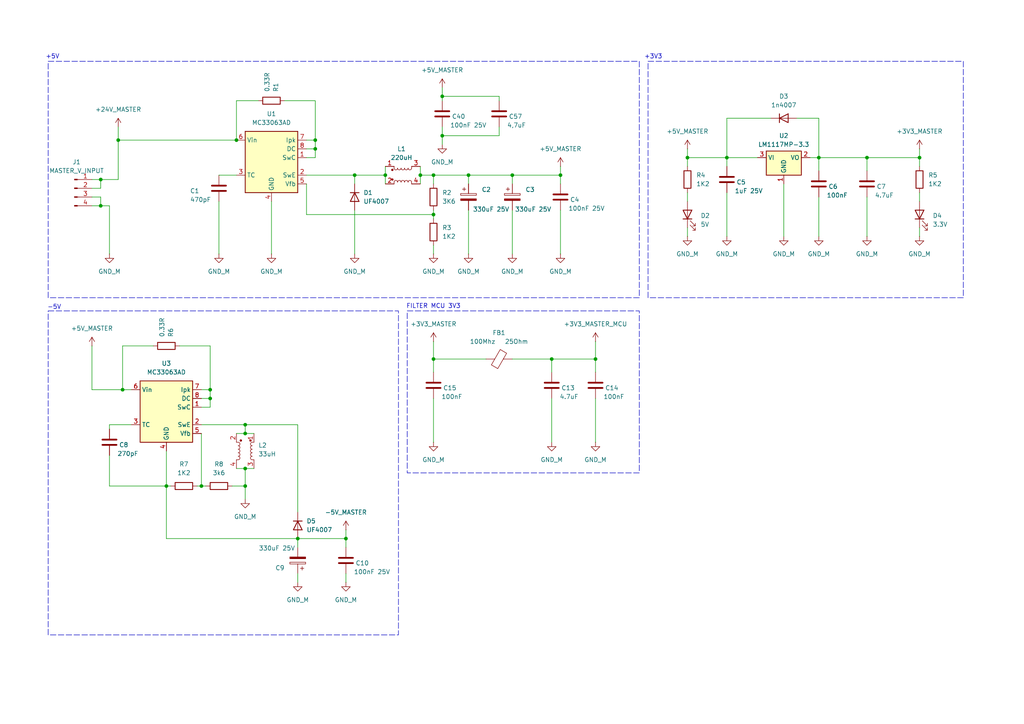
<source format=kicad_sch>
(kicad_sch
	(version 20231120)
	(generator "eeschema")
	(generator_version "8.0")
	(uuid "403340e4-d560-41c1-94d4-1bec7079a2bc")
	(paper "A4")
	(title_block
		(title "FONTE CC/CV MICROCONTROLADA")
		(rev "02")
		(company "MV TECH")
	)
	(lib_symbols
		(symbol "Connector:Conn_01x04_Pin"
			(pin_names
				(offset 1.016) hide)
			(exclude_from_sim no)
			(in_bom yes)
			(on_board yes)
			(property "Reference" "J"
				(at 0 5.08 0)
				(effects
					(font
						(size 1.27 1.27)
					)
				)
			)
			(property "Value" "Conn_01x04_Pin"
				(at 0 -7.62 0)
				(effects
					(font
						(size 1.27 1.27)
					)
				)
			)
			(property "Footprint" ""
				(at 0 0 0)
				(effects
					(font
						(size 1.27 1.27)
					)
					(hide yes)
				)
			)
			(property "Datasheet" "~"
				(at 0 0 0)
				(effects
					(font
						(size 1.27 1.27)
					)
					(hide yes)
				)
			)
			(property "Description" "Generic connector, single row, 01x04, script generated"
				(at 0 0 0)
				(effects
					(font
						(size 1.27 1.27)
					)
					(hide yes)
				)
			)
			(property "ki_locked" ""
				(at 0 0 0)
				(effects
					(font
						(size 1.27 1.27)
					)
				)
			)
			(property "ki_keywords" "connector"
				(at 0 0 0)
				(effects
					(font
						(size 1.27 1.27)
					)
					(hide yes)
				)
			)
			(property "ki_fp_filters" "Connector*:*_1x??_*"
				(at 0 0 0)
				(effects
					(font
						(size 1.27 1.27)
					)
					(hide yes)
				)
			)
			(symbol "Conn_01x04_Pin_1_1"
				(polyline
					(pts
						(xy 1.27 -5.08) (xy 0.8636 -5.08)
					)
					(stroke
						(width 0.1524)
						(type default)
					)
					(fill
						(type none)
					)
				)
				(polyline
					(pts
						(xy 1.27 -2.54) (xy 0.8636 -2.54)
					)
					(stroke
						(width 0.1524)
						(type default)
					)
					(fill
						(type none)
					)
				)
				(polyline
					(pts
						(xy 1.27 0) (xy 0.8636 0)
					)
					(stroke
						(width 0.1524)
						(type default)
					)
					(fill
						(type none)
					)
				)
				(polyline
					(pts
						(xy 1.27 2.54) (xy 0.8636 2.54)
					)
					(stroke
						(width 0.1524)
						(type default)
					)
					(fill
						(type none)
					)
				)
				(rectangle
					(start 0.8636 -4.953)
					(end 0 -5.207)
					(stroke
						(width 0.1524)
						(type default)
					)
					(fill
						(type outline)
					)
				)
				(rectangle
					(start 0.8636 -2.413)
					(end 0 -2.667)
					(stroke
						(width 0.1524)
						(type default)
					)
					(fill
						(type outline)
					)
				)
				(rectangle
					(start 0.8636 0.127)
					(end 0 -0.127)
					(stroke
						(width 0.1524)
						(type default)
					)
					(fill
						(type outline)
					)
				)
				(rectangle
					(start 0.8636 2.667)
					(end 0 2.413)
					(stroke
						(width 0.1524)
						(type default)
					)
					(fill
						(type outline)
					)
				)
				(pin passive line
					(at 5.08 2.54 180)
					(length 3.81)
					(name "Pin_1"
						(effects
							(font
								(size 1.27 1.27)
							)
						)
					)
					(number "1"
						(effects
							(font
								(size 1.27 1.27)
							)
						)
					)
				)
				(pin passive line
					(at 5.08 0 180)
					(length 3.81)
					(name "Pin_2"
						(effects
							(font
								(size 1.27 1.27)
							)
						)
					)
					(number "2"
						(effects
							(font
								(size 1.27 1.27)
							)
						)
					)
				)
				(pin passive line
					(at 5.08 -2.54 180)
					(length 3.81)
					(name "Pin_3"
						(effects
							(font
								(size 1.27 1.27)
							)
						)
					)
					(number "3"
						(effects
							(font
								(size 1.27 1.27)
							)
						)
					)
				)
				(pin passive line
					(at 5.08 -5.08 180)
					(length 3.81)
					(name "Pin_4"
						(effects
							(font
								(size 1.27 1.27)
							)
						)
					)
					(number "4"
						(effects
							(font
								(size 1.27 1.27)
							)
						)
					)
				)
			)
		)
		(symbol "Device:C"
			(pin_numbers hide)
			(pin_names
				(offset 0.254)
			)
			(exclude_from_sim no)
			(in_bom yes)
			(on_board yes)
			(property "Reference" "C"
				(at 0.635 2.54 0)
				(effects
					(font
						(size 1.27 1.27)
					)
					(justify left)
				)
			)
			(property "Value" "C"
				(at 0.635 -2.54 0)
				(effects
					(font
						(size 1.27 1.27)
					)
					(justify left)
				)
			)
			(property "Footprint" ""
				(at 0.9652 -3.81 0)
				(effects
					(font
						(size 1.27 1.27)
					)
					(hide yes)
				)
			)
			(property "Datasheet" "~"
				(at 0 0 0)
				(effects
					(font
						(size 1.27 1.27)
					)
					(hide yes)
				)
			)
			(property "Description" "Unpolarized capacitor"
				(at 0 0 0)
				(effects
					(font
						(size 1.27 1.27)
					)
					(hide yes)
				)
			)
			(property "ki_keywords" "cap capacitor"
				(at 0 0 0)
				(effects
					(font
						(size 1.27 1.27)
					)
					(hide yes)
				)
			)
			(property "ki_fp_filters" "C_*"
				(at 0 0 0)
				(effects
					(font
						(size 1.27 1.27)
					)
					(hide yes)
				)
			)
			(symbol "C_0_1"
				(polyline
					(pts
						(xy -2.032 -0.762) (xy 2.032 -0.762)
					)
					(stroke
						(width 0.508)
						(type default)
					)
					(fill
						(type none)
					)
				)
				(polyline
					(pts
						(xy -2.032 0.762) (xy 2.032 0.762)
					)
					(stroke
						(width 0.508)
						(type default)
					)
					(fill
						(type none)
					)
				)
			)
			(symbol "C_1_1"
				(pin passive line
					(at 0 3.81 270)
					(length 2.794)
					(name "~"
						(effects
							(font
								(size 1.27 1.27)
							)
						)
					)
					(number "1"
						(effects
							(font
								(size 1.27 1.27)
							)
						)
					)
				)
				(pin passive line
					(at 0 -3.81 90)
					(length 2.794)
					(name "~"
						(effects
							(font
								(size 1.27 1.27)
							)
						)
					)
					(number "2"
						(effects
							(font
								(size 1.27 1.27)
							)
						)
					)
				)
			)
		)
		(symbol "Device:C_Polarized"
			(pin_numbers hide)
			(pin_names
				(offset 0.254)
			)
			(exclude_from_sim no)
			(in_bom yes)
			(on_board yes)
			(property "Reference" "C"
				(at 0.635 2.54 0)
				(effects
					(font
						(size 1.27 1.27)
					)
					(justify left)
				)
			)
			(property "Value" "C_Polarized"
				(at 0.635 -2.54 0)
				(effects
					(font
						(size 1.27 1.27)
					)
					(justify left)
				)
			)
			(property "Footprint" ""
				(at 0.9652 -3.81 0)
				(effects
					(font
						(size 1.27 1.27)
					)
					(hide yes)
				)
			)
			(property "Datasheet" "~"
				(at 0 0 0)
				(effects
					(font
						(size 1.27 1.27)
					)
					(hide yes)
				)
			)
			(property "Description" "Polarized capacitor"
				(at 0 0 0)
				(effects
					(font
						(size 1.27 1.27)
					)
					(hide yes)
				)
			)
			(property "ki_keywords" "cap capacitor"
				(at 0 0 0)
				(effects
					(font
						(size 1.27 1.27)
					)
					(hide yes)
				)
			)
			(property "ki_fp_filters" "CP_*"
				(at 0 0 0)
				(effects
					(font
						(size 1.27 1.27)
					)
					(hide yes)
				)
			)
			(symbol "C_Polarized_0_1"
				(rectangle
					(start -2.286 0.508)
					(end 2.286 1.016)
					(stroke
						(width 0)
						(type default)
					)
					(fill
						(type none)
					)
				)
				(polyline
					(pts
						(xy -1.778 2.286) (xy -0.762 2.286)
					)
					(stroke
						(width 0)
						(type default)
					)
					(fill
						(type none)
					)
				)
				(polyline
					(pts
						(xy -1.27 2.794) (xy -1.27 1.778)
					)
					(stroke
						(width 0)
						(type default)
					)
					(fill
						(type none)
					)
				)
				(rectangle
					(start 2.286 -0.508)
					(end -2.286 -1.016)
					(stroke
						(width 0)
						(type default)
					)
					(fill
						(type outline)
					)
				)
			)
			(symbol "C_Polarized_1_1"
				(pin passive line
					(at 0 3.81 270)
					(length 2.794)
					(name "~"
						(effects
							(font
								(size 1.27 1.27)
							)
						)
					)
					(number "1"
						(effects
							(font
								(size 1.27 1.27)
							)
						)
					)
				)
				(pin passive line
					(at 0 -3.81 90)
					(length 2.794)
					(name "~"
						(effects
							(font
								(size 1.27 1.27)
							)
						)
					)
					(number "2"
						(effects
							(font
								(size 1.27 1.27)
							)
						)
					)
				)
			)
		)
		(symbol "Device:FerriteBead"
			(pin_numbers hide)
			(pin_names
				(offset 0)
			)
			(exclude_from_sim no)
			(in_bom yes)
			(on_board yes)
			(property "Reference" "FB"
				(at -3.81 0.635 90)
				(effects
					(font
						(size 1.27 1.27)
					)
				)
			)
			(property "Value" "FerriteBead"
				(at 3.81 0 90)
				(effects
					(font
						(size 1.27 1.27)
					)
				)
			)
			(property "Footprint" ""
				(at -1.778 0 90)
				(effects
					(font
						(size 1.27 1.27)
					)
					(hide yes)
				)
			)
			(property "Datasheet" "~"
				(at 0 0 0)
				(effects
					(font
						(size 1.27 1.27)
					)
					(hide yes)
				)
			)
			(property "Description" "Ferrite bead"
				(at 0 0 0)
				(effects
					(font
						(size 1.27 1.27)
					)
					(hide yes)
				)
			)
			(property "ki_keywords" "L ferrite bead inductor filter"
				(at 0 0 0)
				(effects
					(font
						(size 1.27 1.27)
					)
					(hide yes)
				)
			)
			(property "ki_fp_filters" "Inductor_* L_* *Ferrite*"
				(at 0 0 0)
				(effects
					(font
						(size 1.27 1.27)
					)
					(hide yes)
				)
			)
			(symbol "FerriteBead_0_1"
				(polyline
					(pts
						(xy 0 -1.27) (xy 0 -1.2192)
					)
					(stroke
						(width 0)
						(type default)
					)
					(fill
						(type none)
					)
				)
				(polyline
					(pts
						(xy 0 1.27) (xy 0 1.2954)
					)
					(stroke
						(width 0)
						(type default)
					)
					(fill
						(type none)
					)
				)
				(polyline
					(pts
						(xy -2.7686 0.4064) (xy -1.7018 2.2606) (xy 2.7686 -0.3048) (xy 1.6764 -2.159) (xy -2.7686 0.4064)
					)
					(stroke
						(width 0)
						(type default)
					)
					(fill
						(type none)
					)
				)
			)
			(symbol "FerriteBead_1_1"
				(pin passive line
					(at 0 3.81 270)
					(length 2.54)
					(name "~"
						(effects
							(font
								(size 1.27 1.27)
							)
						)
					)
					(number "1"
						(effects
							(font
								(size 1.27 1.27)
							)
						)
					)
				)
				(pin passive line
					(at 0 -3.81 90)
					(length 2.54)
					(name "~"
						(effects
							(font
								(size 1.27 1.27)
							)
						)
					)
					(number "2"
						(effects
							(font
								(size 1.27 1.27)
							)
						)
					)
				)
			)
		)
		(symbol "Device:LED"
			(pin_numbers hide)
			(pin_names
				(offset 1.016) hide)
			(exclude_from_sim no)
			(in_bom yes)
			(on_board yes)
			(property "Reference" "D"
				(at 0 2.54 0)
				(effects
					(font
						(size 1.27 1.27)
					)
				)
			)
			(property "Value" "LED"
				(at 0 -2.54 0)
				(effects
					(font
						(size 1.27 1.27)
					)
				)
			)
			(property "Footprint" ""
				(at 0 0 0)
				(effects
					(font
						(size 1.27 1.27)
					)
					(hide yes)
				)
			)
			(property "Datasheet" "~"
				(at 0 0 0)
				(effects
					(font
						(size 1.27 1.27)
					)
					(hide yes)
				)
			)
			(property "Description" "Light emitting diode"
				(at 0 0 0)
				(effects
					(font
						(size 1.27 1.27)
					)
					(hide yes)
				)
			)
			(property "ki_keywords" "LED diode"
				(at 0 0 0)
				(effects
					(font
						(size 1.27 1.27)
					)
					(hide yes)
				)
			)
			(property "ki_fp_filters" "LED* LED_SMD:* LED_THT:*"
				(at 0 0 0)
				(effects
					(font
						(size 1.27 1.27)
					)
					(hide yes)
				)
			)
			(symbol "LED_0_1"
				(polyline
					(pts
						(xy -1.27 -1.27) (xy -1.27 1.27)
					)
					(stroke
						(width 0.254)
						(type default)
					)
					(fill
						(type none)
					)
				)
				(polyline
					(pts
						(xy -1.27 0) (xy 1.27 0)
					)
					(stroke
						(width 0)
						(type default)
					)
					(fill
						(type none)
					)
				)
				(polyline
					(pts
						(xy 1.27 -1.27) (xy 1.27 1.27) (xy -1.27 0) (xy 1.27 -1.27)
					)
					(stroke
						(width 0.254)
						(type default)
					)
					(fill
						(type none)
					)
				)
				(polyline
					(pts
						(xy -3.048 -0.762) (xy -4.572 -2.286) (xy -3.81 -2.286) (xy -4.572 -2.286) (xy -4.572 -1.524)
					)
					(stroke
						(width 0)
						(type default)
					)
					(fill
						(type none)
					)
				)
				(polyline
					(pts
						(xy -1.778 -0.762) (xy -3.302 -2.286) (xy -2.54 -2.286) (xy -3.302 -2.286) (xy -3.302 -1.524)
					)
					(stroke
						(width 0)
						(type default)
					)
					(fill
						(type none)
					)
				)
			)
			(symbol "LED_1_1"
				(pin passive line
					(at -3.81 0 0)
					(length 2.54)
					(name "K"
						(effects
							(font
								(size 1.27 1.27)
							)
						)
					)
					(number "1"
						(effects
							(font
								(size 1.27 1.27)
							)
						)
					)
				)
				(pin passive line
					(at 3.81 0 180)
					(length 2.54)
					(name "A"
						(effects
							(font
								(size 1.27 1.27)
							)
						)
					)
					(number "2"
						(effects
							(font
								(size 1.27 1.27)
							)
						)
					)
				)
			)
		)
		(symbol "Device:L_Coupled_1324"
			(pin_names
				(offset 0.254) hide)
			(exclude_from_sim no)
			(in_bom yes)
			(on_board yes)
			(property "Reference" "L"
				(at 0 4.445 0)
				(effects
					(font
						(size 1.27 1.27)
					)
				)
			)
			(property "Value" "L_Coupled_1324"
				(at 0 -4.445 0)
				(effects
					(font
						(size 1.27 1.27)
					)
				)
			)
			(property "Footprint" ""
				(at 0 0 0)
				(effects
					(font
						(size 1.27 1.27)
					)
					(hide yes)
				)
			)
			(property "Datasheet" "~"
				(at 0 0 0)
				(effects
					(font
						(size 1.27 1.27)
					)
					(hide yes)
				)
			)
			(property "Description" "Coupled inductor"
				(at 0 0 0)
				(effects
					(font
						(size 1.27 1.27)
					)
					(hide yes)
				)
			)
			(property "ki_keywords" "inductor choke coil reactor magnetic coupled"
				(at 0 0 0)
				(effects
					(font
						(size 1.27 1.27)
					)
					(hide yes)
				)
			)
			(property "ki_fp_filters" "Choke_* *Coil* Inductor_* L_*"
				(at 0 0 0)
				(effects
					(font
						(size 1.27 1.27)
					)
					(hide yes)
				)
			)
			(symbol "L_Coupled_1324_0_1"
				(circle
					(center -3.048 -1.27)
					(radius 0.254)
					(stroke
						(width 0)
						(type default)
					)
					(fill
						(type outline)
					)
				)
				(circle
					(center -3.048 1.524)
					(radius 0.254)
					(stroke
						(width 0)
						(type default)
					)
					(fill
						(type outline)
					)
				)
				(arc
					(start -2.54 2.032)
					(mid -2.032 1.5262)
					(end -1.524 2.032)
					(stroke
						(width 0)
						(type default)
					)
					(fill
						(type none)
					)
				)
				(arc
					(start -1.524 -2.032)
					(mid -2.032 -1.5262)
					(end -2.54 -2.032)
					(stroke
						(width 0)
						(type default)
					)
					(fill
						(type none)
					)
				)
				(arc
					(start -1.524 2.032)
					(mid -1.016 1.5262)
					(end -0.508 2.032)
					(stroke
						(width 0)
						(type default)
					)
					(fill
						(type none)
					)
				)
				(arc
					(start -0.508 -2.032)
					(mid -1.016 -1.5262)
					(end -1.524 -2.032)
					(stroke
						(width 0)
						(type default)
					)
					(fill
						(type none)
					)
				)
				(arc
					(start -0.508 2.032)
					(mid 0 1.5262)
					(end 0.508 2.032)
					(stroke
						(width 0)
						(type default)
					)
					(fill
						(type none)
					)
				)
				(polyline
					(pts
						(xy -2.54 -2.032) (xy -2.54 -2.54)
					)
					(stroke
						(width 0)
						(type default)
					)
					(fill
						(type none)
					)
				)
				(polyline
					(pts
						(xy -2.54 2.032) (xy -2.54 2.54)
					)
					(stroke
						(width 0)
						(type default)
					)
					(fill
						(type none)
					)
				)
				(polyline
					(pts
						(xy 2.54 -2.032) (xy 2.54 -2.54)
					)
					(stroke
						(width 0)
						(type default)
					)
					(fill
						(type none)
					)
				)
				(polyline
					(pts
						(xy 2.54 2.54) (xy 2.54 2.032)
					)
					(stroke
						(width 0)
						(type default)
					)
					(fill
						(type none)
					)
				)
				(arc
					(start 0.508 -2.032)
					(mid 0 -1.5262)
					(end -0.508 -2.032)
					(stroke
						(width 0)
						(type default)
					)
					(fill
						(type none)
					)
				)
				(arc
					(start 0.508 2.032)
					(mid 1.016 1.5262)
					(end 1.524 2.032)
					(stroke
						(width 0)
						(type default)
					)
					(fill
						(type none)
					)
				)
				(arc
					(start 1.524 -2.032)
					(mid 1.016 -1.5262)
					(end 0.508 -2.032)
					(stroke
						(width 0)
						(type default)
					)
					(fill
						(type none)
					)
				)
				(arc
					(start 1.524 2.032)
					(mid 2.032 1.5262)
					(end 2.54 2.032)
					(stroke
						(width 0)
						(type default)
					)
					(fill
						(type none)
					)
				)
				(arc
					(start 2.54 -2.032)
					(mid 2.032 -1.5262)
					(end 1.524 -2.032)
					(stroke
						(width 0)
						(type default)
					)
					(fill
						(type none)
					)
				)
			)
			(symbol "L_Coupled_1324_1_1"
				(pin passive line
					(at -5.08 2.54 0)
					(length 2.54)
					(name "1"
						(effects
							(font
								(size 1.27 1.27)
							)
						)
					)
					(number "1"
						(effects
							(font
								(size 1.27 1.27)
							)
						)
					)
				)
				(pin passive line
					(at -5.08 -2.54 0)
					(length 2.54)
					(name "2"
						(effects
							(font
								(size 1.27 1.27)
							)
						)
					)
					(number "2"
						(effects
							(font
								(size 1.27 1.27)
							)
						)
					)
				)
				(pin passive line
					(at 5.08 2.54 180)
					(length 2.54)
					(name "3"
						(effects
							(font
								(size 1.27 1.27)
							)
						)
					)
					(number "3"
						(effects
							(font
								(size 1.27 1.27)
							)
						)
					)
				)
				(pin passive line
					(at 5.08 -2.54 180)
					(length 2.54)
					(name "4"
						(effects
							(font
								(size 1.27 1.27)
							)
						)
					)
					(number "4"
						(effects
							(font
								(size 1.27 1.27)
							)
						)
					)
				)
			)
		)
		(symbol "Device:R"
			(pin_numbers hide)
			(pin_names
				(offset 0)
			)
			(exclude_from_sim no)
			(in_bom yes)
			(on_board yes)
			(property "Reference" "R"
				(at 2.032 0 90)
				(effects
					(font
						(size 1.27 1.27)
					)
				)
			)
			(property "Value" "R"
				(at 0 0 90)
				(effects
					(font
						(size 1.27 1.27)
					)
				)
			)
			(property "Footprint" ""
				(at -1.778 0 90)
				(effects
					(font
						(size 1.27 1.27)
					)
					(hide yes)
				)
			)
			(property "Datasheet" "~"
				(at 0 0 0)
				(effects
					(font
						(size 1.27 1.27)
					)
					(hide yes)
				)
			)
			(property "Description" "Resistor"
				(at 0 0 0)
				(effects
					(font
						(size 1.27 1.27)
					)
					(hide yes)
				)
			)
			(property "ki_keywords" "R res resistor"
				(at 0 0 0)
				(effects
					(font
						(size 1.27 1.27)
					)
					(hide yes)
				)
			)
			(property "ki_fp_filters" "R_*"
				(at 0 0 0)
				(effects
					(font
						(size 1.27 1.27)
					)
					(hide yes)
				)
			)
			(symbol "R_0_1"
				(rectangle
					(start -1.016 -2.54)
					(end 1.016 2.54)
					(stroke
						(width 0.254)
						(type default)
					)
					(fill
						(type none)
					)
				)
			)
			(symbol "R_1_1"
				(pin passive line
					(at 0 3.81 270)
					(length 1.27)
					(name "~"
						(effects
							(font
								(size 1.27 1.27)
							)
						)
					)
					(number "1"
						(effects
							(font
								(size 1.27 1.27)
							)
						)
					)
				)
				(pin passive line
					(at 0 -3.81 90)
					(length 1.27)
					(name "~"
						(effects
							(font
								(size 1.27 1.27)
							)
						)
					)
					(number "2"
						(effects
							(font
								(size 1.27 1.27)
							)
						)
					)
				)
			)
		)
		(symbol "Diode:1N4007"
			(pin_numbers hide)
			(pin_names hide)
			(exclude_from_sim no)
			(in_bom yes)
			(on_board yes)
			(property "Reference" "D"
				(at 0 2.54 0)
				(effects
					(font
						(size 1.27 1.27)
					)
				)
			)
			(property "Value" "1N4007"
				(at 0 -2.54 0)
				(effects
					(font
						(size 1.27 1.27)
					)
				)
			)
			(property "Footprint" "Diode_THT:D_DO-41_SOD81_P10.16mm_Horizontal"
				(at 0 -4.445 0)
				(effects
					(font
						(size 1.27 1.27)
					)
					(hide yes)
				)
			)
			(property "Datasheet" "http://www.vishay.com/docs/88503/1n4001.pdf"
				(at 0 0 0)
				(effects
					(font
						(size 1.27 1.27)
					)
					(hide yes)
				)
			)
			(property "Description" "1000V 1A General Purpose Rectifier Diode, DO-41"
				(at 0 0 0)
				(effects
					(font
						(size 1.27 1.27)
					)
					(hide yes)
				)
			)
			(property "Sim.Device" "D"
				(at 0 0 0)
				(effects
					(font
						(size 1.27 1.27)
					)
					(hide yes)
				)
			)
			(property "Sim.Pins" "1=K 2=A"
				(at 0 0 0)
				(effects
					(font
						(size 1.27 1.27)
					)
					(hide yes)
				)
			)
			(property "ki_keywords" "diode"
				(at 0 0 0)
				(effects
					(font
						(size 1.27 1.27)
					)
					(hide yes)
				)
			)
			(property "ki_fp_filters" "D*DO?41*"
				(at 0 0 0)
				(effects
					(font
						(size 1.27 1.27)
					)
					(hide yes)
				)
			)
			(symbol "1N4007_0_1"
				(polyline
					(pts
						(xy -1.27 1.27) (xy -1.27 -1.27)
					)
					(stroke
						(width 0.254)
						(type default)
					)
					(fill
						(type none)
					)
				)
				(polyline
					(pts
						(xy 1.27 0) (xy -1.27 0)
					)
					(stroke
						(width 0)
						(type default)
					)
					(fill
						(type none)
					)
				)
				(polyline
					(pts
						(xy 1.27 1.27) (xy 1.27 -1.27) (xy -1.27 0) (xy 1.27 1.27)
					)
					(stroke
						(width 0.254)
						(type default)
					)
					(fill
						(type none)
					)
				)
			)
			(symbol "1N4007_1_1"
				(pin passive line
					(at -3.81 0 0)
					(length 2.54)
					(name "K"
						(effects
							(font
								(size 1.27 1.27)
							)
						)
					)
					(number "1"
						(effects
							(font
								(size 1.27 1.27)
							)
						)
					)
				)
				(pin passive line
					(at 3.81 0 180)
					(length 2.54)
					(name "A"
						(effects
							(font
								(size 1.27 1.27)
							)
						)
					)
					(number "2"
						(effects
							(font
								(size 1.27 1.27)
							)
						)
					)
				)
			)
		)
		(symbol "Diode:US2AA"
			(pin_numbers hide)
			(pin_names hide)
			(exclude_from_sim no)
			(in_bom yes)
			(on_board yes)
			(property "Reference" "D"
				(at 0 2.54 0)
				(effects
					(font
						(size 1.27 1.27)
					)
				)
			)
			(property "Value" "US2AA"
				(at 0 -2.54 0)
				(effects
					(font
						(size 1.27 1.27)
					)
				)
			)
			(property "Footprint" "Diode_SMD:D_SMA"
				(at 0 -4.445 0)
				(effects
					(font
						(size 1.27 1.27)
					)
					(hide yes)
				)
			)
			(property "Datasheet" "https://www.onsemi.com/pub/Collateral/US2AA-D.PDF"
				(at 0 0 0)
				(effects
					(font
						(size 1.27 1.27)
					)
					(hide yes)
				)
			)
			(property "Description" "50V, 1.5A, General Purpose Rectifier Diode, SMA(DO-214AC)"
				(at 0 0 0)
				(effects
					(font
						(size 1.27 1.27)
					)
					(hide yes)
				)
			)
			(property "Sim.Device" "D"
				(at 0 0 0)
				(effects
					(font
						(size 1.27 1.27)
					)
					(hide yes)
				)
			)
			(property "Sim.Pins" "1=K 2=A"
				(at 0 0 0)
				(effects
					(font
						(size 1.27 1.27)
					)
					(hide yes)
				)
			)
			(property "ki_keywords" "Super Fast"
				(at 0 0 0)
				(effects
					(font
						(size 1.27 1.27)
					)
					(hide yes)
				)
			)
			(property "ki_fp_filters" "D*SMA*"
				(at 0 0 0)
				(effects
					(font
						(size 1.27 1.27)
					)
					(hide yes)
				)
			)
			(symbol "US2AA_0_1"
				(polyline
					(pts
						(xy -1.27 1.27) (xy -1.27 -1.27)
					)
					(stroke
						(width 0.254)
						(type default)
					)
					(fill
						(type none)
					)
				)
				(polyline
					(pts
						(xy 1.27 0) (xy -1.27 0)
					)
					(stroke
						(width 0)
						(type default)
					)
					(fill
						(type none)
					)
				)
				(polyline
					(pts
						(xy 1.27 1.27) (xy 1.27 -1.27) (xy -1.27 0) (xy 1.27 1.27)
					)
					(stroke
						(width 0.254)
						(type default)
					)
					(fill
						(type none)
					)
				)
			)
			(symbol "US2AA_1_1"
				(pin passive line
					(at -3.81 0 0)
					(length 2.54)
					(name "K"
						(effects
							(font
								(size 1.27 1.27)
							)
						)
					)
					(number "1"
						(effects
							(font
								(size 1.27 1.27)
							)
						)
					)
				)
				(pin passive line
					(at 3.81 0 180)
					(length 2.54)
					(name "A"
						(effects
							(font
								(size 1.27 1.27)
							)
						)
					)
					(number "2"
						(effects
							(font
								(size 1.27 1.27)
							)
						)
					)
				)
			)
		)
		(symbol "Regulator_Linear:LM1117MP-3.3"
			(exclude_from_sim no)
			(in_bom yes)
			(on_board yes)
			(property "Reference" "U"
				(at -3.81 3.175 0)
				(effects
					(font
						(size 1.27 1.27)
					)
				)
			)
			(property "Value" "LM1117MP-3.3"
				(at 0 3.175 0)
				(effects
					(font
						(size 1.27 1.27)
					)
					(justify left)
				)
			)
			(property "Footprint" "Package_TO_SOT_SMD:SOT-223-3_TabPin2"
				(at 0 0 0)
				(effects
					(font
						(size 1.27 1.27)
					)
					(hide yes)
				)
			)
			(property "Datasheet" "http://www.ti.com/lit/ds/symlink/lm1117.pdf"
				(at 0 0 0)
				(effects
					(font
						(size 1.27 1.27)
					)
					(hide yes)
				)
			)
			(property "Description" "800mA Low-Dropout Linear Regulator, 3.3V fixed output, SOT-223"
				(at 0 0 0)
				(effects
					(font
						(size 1.27 1.27)
					)
					(hide yes)
				)
			)
			(property "ki_keywords" "linear regulator ldo fixed positive"
				(at 0 0 0)
				(effects
					(font
						(size 1.27 1.27)
					)
					(hide yes)
				)
			)
			(property "ki_fp_filters" "SOT?223*"
				(at 0 0 0)
				(effects
					(font
						(size 1.27 1.27)
					)
					(hide yes)
				)
			)
			(symbol "LM1117MP-3.3_0_1"
				(rectangle
					(start -5.08 -5.08)
					(end 5.08 1.905)
					(stroke
						(width 0.254)
						(type default)
					)
					(fill
						(type background)
					)
				)
			)
			(symbol "LM1117MP-3.3_1_1"
				(pin power_in line
					(at 0 -7.62 90)
					(length 2.54)
					(name "GND"
						(effects
							(font
								(size 1.27 1.27)
							)
						)
					)
					(number "1"
						(effects
							(font
								(size 1.27 1.27)
							)
						)
					)
				)
				(pin power_out line
					(at 7.62 0 180)
					(length 2.54)
					(name "VO"
						(effects
							(font
								(size 1.27 1.27)
							)
						)
					)
					(number "2"
						(effects
							(font
								(size 1.27 1.27)
							)
						)
					)
				)
				(pin power_in line
					(at -7.62 0 0)
					(length 2.54)
					(name "VI"
						(effects
							(font
								(size 1.27 1.27)
							)
						)
					)
					(number "3"
						(effects
							(font
								(size 1.27 1.27)
							)
						)
					)
				)
			)
		)
		(symbol "Regulator_Switching:MC33063AD"
			(exclude_from_sim no)
			(in_bom yes)
			(on_board yes)
			(property "Reference" "U"
				(at -7.62 8.89 0)
				(effects
					(font
						(size 1.27 1.27)
					)
					(justify left)
				)
			)
			(property "Value" "MC33063AD"
				(at 0 8.89 0)
				(effects
					(font
						(size 1.27 1.27)
					)
					(justify left)
				)
			)
			(property "Footprint" "Package_SO:SOIC-8_3.9x4.9mm_P1.27mm"
				(at 1.27 -11.43 0)
				(effects
					(font
						(size 1.27 1.27)
					)
					(justify left)
					(hide yes)
				)
			)
			(property "Datasheet" "http://www.onsemi.com/pub_link/Collateral/MC34063A-D.PDF"
				(at 12.7 -2.54 0)
				(effects
					(font
						(size 1.27 1.27)
					)
					(hide yes)
				)
			)
			(property "Description" "1.5A, step-up/down/inverting switching regulator, 3-40V Vin, 100kHz, SO-8"
				(at 0 0 0)
				(effects
					(font
						(size 1.27 1.27)
					)
					(hide yes)
				)
			)
			(property "ki_keywords" "smps buck boost inverting"
				(at 0 0 0)
				(effects
					(font
						(size 1.27 1.27)
					)
					(hide yes)
				)
			)
			(property "ki_fp_filters" "SOIC*3.9x4.9mm*P1.27mm*"
				(at 0 0 0)
				(effects
					(font
						(size 1.27 1.27)
					)
					(hide yes)
				)
			)
			(symbol "MC33063AD_0_1"
				(rectangle
					(start -7.62 7.62)
					(end 7.62 -10.16)
					(stroke
						(width 0.254)
						(type default)
					)
					(fill
						(type background)
					)
				)
			)
			(symbol "MC33063AD_1_1"
				(pin open_collector line
					(at 10.16 0 180)
					(length 2.54)
					(name "SwC"
						(effects
							(font
								(size 1.27 1.27)
							)
						)
					)
					(number "1"
						(effects
							(font
								(size 1.27 1.27)
							)
						)
					)
				)
				(pin open_emitter line
					(at 10.16 -5.08 180)
					(length 2.54)
					(name "SwE"
						(effects
							(font
								(size 1.27 1.27)
							)
						)
					)
					(number "2"
						(effects
							(font
								(size 1.27 1.27)
							)
						)
					)
				)
				(pin passive line
					(at -10.16 -5.08 0)
					(length 2.54)
					(name "TC"
						(effects
							(font
								(size 1.27 1.27)
							)
						)
					)
					(number "3"
						(effects
							(font
								(size 1.27 1.27)
							)
						)
					)
				)
				(pin power_in line
					(at 0 -12.7 90)
					(length 2.54)
					(name "GND"
						(effects
							(font
								(size 1.27 1.27)
							)
						)
					)
					(number "4"
						(effects
							(font
								(size 1.27 1.27)
							)
						)
					)
				)
				(pin input line
					(at 10.16 -7.62 180)
					(length 2.54)
					(name "Vfb"
						(effects
							(font
								(size 1.27 1.27)
							)
						)
					)
					(number "5"
						(effects
							(font
								(size 1.27 1.27)
							)
						)
					)
				)
				(pin power_in line
					(at -10.16 5.08 0)
					(length 2.54)
					(name "Vin"
						(effects
							(font
								(size 1.27 1.27)
							)
						)
					)
					(number "6"
						(effects
							(font
								(size 1.27 1.27)
							)
						)
					)
				)
				(pin input line
					(at 10.16 5.08 180)
					(length 2.54)
					(name "Ipk"
						(effects
							(font
								(size 1.27 1.27)
							)
						)
					)
					(number "7"
						(effects
							(font
								(size 1.27 1.27)
							)
						)
					)
				)
				(pin open_collector line
					(at 10.16 2.54 180)
					(length 2.54)
					(name "DC"
						(effects
							(font
								(size 1.27 1.27)
							)
						)
					)
					(number "8"
						(effects
							(font
								(size 1.27 1.27)
							)
						)
					)
				)
			)
		)
		(symbol "power:GND"
			(power)
			(pin_numbers hide)
			(pin_names
				(offset 0) hide)
			(exclude_from_sim no)
			(in_bom yes)
			(on_board yes)
			(property "Reference" "#PWR"
				(at 0 -6.35 0)
				(effects
					(font
						(size 1.27 1.27)
					)
					(hide yes)
				)
			)
			(property "Value" "GND"
				(at 0 -3.81 0)
				(effects
					(font
						(size 1.27 1.27)
					)
				)
			)
			(property "Footprint" ""
				(at 0 0 0)
				(effects
					(font
						(size 1.27 1.27)
					)
					(hide yes)
				)
			)
			(property "Datasheet" ""
				(at 0 0 0)
				(effects
					(font
						(size 1.27 1.27)
					)
					(hide yes)
				)
			)
			(property "Description" "Power symbol creates a global label with name \"GND\" , ground"
				(at 0 0 0)
				(effects
					(font
						(size 1.27 1.27)
					)
					(hide yes)
				)
			)
			(property "ki_keywords" "global power"
				(at 0 0 0)
				(effects
					(font
						(size 1.27 1.27)
					)
					(hide yes)
				)
			)
			(symbol "GND_0_1"
				(polyline
					(pts
						(xy 0 0) (xy 0 -1.27) (xy 1.27 -1.27) (xy 0 -2.54) (xy -1.27 -1.27) (xy 0 -1.27)
					)
					(stroke
						(width 0)
						(type default)
					)
					(fill
						(type none)
					)
				)
			)
			(symbol "GND_1_1"
				(pin power_in line
					(at 0 0 270)
					(length 0)
					(name "~"
						(effects
							(font
								(size 1.27 1.27)
							)
						)
					)
					(number "1"
						(effects
							(font
								(size 1.27 1.27)
							)
						)
					)
				)
			)
		)
		(symbol "power:VCC"
			(power)
			(pin_numbers hide)
			(pin_names
				(offset 0) hide)
			(exclude_from_sim no)
			(in_bom yes)
			(on_board yes)
			(property "Reference" "#PWR"
				(at 0 -3.81 0)
				(effects
					(font
						(size 1.27 1.27)
					)
					(hide yes)
				)
			)
			(property "Value" "VCC"
				(at 0 3.556 0)
				(effects
					(font
						(size 1.27 1.27)
					)
				)
			)
			(property "Footprint" ""
				(at 0 0 0)
				(effects
					(font
						(size 1.27 1.27)
					)
					(hide yes)
				)
			)
			(property "Datasheet" ""
				(at 0 0 0)
				(effects
					(font
						(size 1.27 1.27)
					)
					(hide yes)
				)
			)
			(property "Description" "Power symbol creates a global label with name \"VCC\""
				(at 0 0 0)
				(effects
					(font
						(size 1.27 1.27)
					)
					(hide yes)
				)
			)
			(property "ki_keywords" "global power"
				(at 0 0 0)
				(effects
					(font
						(size 1.27 1.27)
					)
					(hide yes)
				)
			)
			(symbol "VCC_0_1"
				(polyline
					(pts
						(xy -0.762 1.27) (xy 0 2.54)
					)
					(stroke
						(width 0)
						(type default)
					)
					(fill
						(type none)
					)
				)
				(polyline
					(pts
						(xy 0 0) (xy 0 2.54)
					)
					(stroke
						(width 0)
						(type default)
					)
					(fill
						(type none)
					)
				)
				(polyline
					(pts
						(xy 0 2.54) (xy 0.762 1.27)
					)
					(stroke
						(width 0)
						(type default)
					)
					(fill
						(type none)
					)
				)
			)
			(symbol "VCC_1_1"
				(pin power_in line
					(at 0 0 90)
					(length 0)
					(name "~"
						(effects
							(font
								(size 1.27 1.27)
							)
						)
					)
					(number "1"
						(effects
							(font
								(size 1.27 1.27)
							)
						)
					)
				)
			)
		)
	)
	(junction
		(at 135.89 50.8)
		(diameter 0)
		(color 0 0 0 0)
		(uuid "007662d4-fe01-4c30-98de-a4821909df5d")
	)
	(junction
		(at 160.02 104.14)
		(diameter 0)
		(color 0 0 0 0)
		(uuid "0a6752e5-e99e-43ef-b1e4-5136bf1e12fa")
	)
	(junction
		(at 237.49 45.72)
		(diameter 0)
		(color 0 0 0 0)
		(uuid "0d1d7e52-7445-420b-aafa-aee24ce06c0b")
	)
	(junction
		(at 251.46 45.72)
		(diameter 0)
		(color 0 0 0 0)
		(uuid "29899acd-6933-4e6f-9a79-97f1eff55002")
	)
	(junction
		(at 162.56 50.8)
		(diameter 0)
		(color 0 0 0 0)
		(uuid "2a36b212-32ed-4165-8419-2131e0351ee5")
	)
	(junction
		(at 266.7 45.72)
		(diameter 0)
		(color 0 0 0 0)
		(uuid "30cd0374-00c0-44d9-bb9d-fb0d922c23f1")
	)
	(junction
		(at 172.72 104.14)
		(diameter 0)
		(color 0 0 0 0)
		(uuid "319ef177-e231-4ba4-bb97-2b85148b5568")
	)
	(junction
		(at 148.59 50.8)
		(diameter 0)
		(color 0 0 0 0)
		(uuid "3342e4eb-a10a-488c-897c-3cc28218a8b5")
	)
	(junction
		(at 102.87 50.8)
		(diameter 0)
		(color 0 0 0 0)
		(uuid "44cb9f4e-9765-4a8c-9493-f4329dec65d2")
	)
	(junction
		(at 121.92 50.8)
		(diameter 0)
		(color 0 0 0 0)
		(uuid "459a09ca-f5ad-4935-8cae-d3b9ff3fabed")
	)
	(junction
		(at 60.96 115.57)
		(diameter 0)
		(color 0 0 0 0)
		(uuid "4bd9a708-2019-4907-b160-35917ce39578")
	)
	(junction
		(at 125.73 104.14)
		(diameter 0)
		(color 0 0 0 0)
		(uuid "5bd99797-eb65-4673-ac6c-b7dbb0198c2a")
	)
	(junction
		(at 125.73 62.23)
		(diameter 0)
		(color 0 0 0 0)
		(uuid "653414a6-3482-44b4-80d5-ee59a1b10996")
	)
	(junction
		(at 60.96 113.03)
		(diameter 0)
		(color 0 0 0 0)
		(uuid "69d3b811-6827-418c-98c3-88f750d31ef8")
	)
	(junction
		(at 71.12 125.73)
		(diameter 0)
		(color 0 0 0 0)
		(uuid "6c2b9d51-5477-4faf-90e9-83b9747db438")
	)
	(junction
		(at 128.27 27.94)
		(diameter 0)
		(color 0 0 0 0)
		(uuid "6f4c529d-1c18-47a2-883e-efdea8c1eb54")
	)
	(junction
		(at 35.56 113.03)
		(diameter 0)
		(color 0 0 0 0)
		(uuid "752264bd-8384-4bb7-b834-7ccaa143a94f")
	)
	(junction
		(at 71.12 140.97)
		(diameter 0)
		(color 0 0 0 0)
		(uuid "78b0a3aa-9829-40b1-a582-ec8abc2b31b3")
	)
	(junction
		(at 91.44 40.64)
		(diameter 0)
		(color 0 0 0 0)
		(uuid "7d8d7320-8608-4624-a565-991f6488ee69")
	)
	(junction
		(at 91.44 43.18)
		(diameter 0)
		(color 0 0 0 0)
		(uuid "8682f149-065f-4e76-87f0-2aba933e6229")
	)
	(junction
		(at 210.82 45.72)
		(diameter 0)
		(color 0 0 0 0)
		(uuid "886d6cd5-65af-4f72-82e1-56ed077e5f28")
	)
	(junction
		(at 86.36 156.21)
		(diameter 0)
		(color 0 0 0 0)
		(uuid "89d4b6e7-40c8-4020-9016-435489b60747")
	)
	(junction
		(at 29.21 52.07)
		(diameter 0)
		(color 0 0 0 0)
		(uuid "94626afa-7323-4afe-9a55-f801b4f3b8b2")
	)
	(junction
		(at 29.21 59.69)
		(diameter 0)
		(color 0 0 0 0)
		(uuid "98879c12-e9ec-4f7b-a4f4-9d7a39c974ec")
	)
	(junction
		(at 68.58 40.64)
		(diameter 0)
		(color 0 0 0 0)
		(uuid "9c16dd1d-eee3-483a-94a9-04c6eef6b8be")
	)
	(junction
		(at 34.29 40.64)
		(diameter 0)
		(color 0 0 0 0)
		(uuid "a850a78c-a3fa-456f-813c-3ed964ad7e40")
	)
	(junction
		(at 71.12 135.89)
		(diameter 0)
		(color 0 0 0 0)
		(uuid "b10925f7-9bcb-4300-bf63-52de80f41dd0")
	)
	(junction
		(at 58.42 140.97)
		(diameter 0)
		(color 0 0 0 0)
		(uuid "b5ba6286-a68f-49fa-8e72-4559f26416a1")
	)
	(junction
		(at 199.39 45.72)
		(diameter 0)
		(color 0 0 0 0)
		(uuid "c8a978bd-98a0-486c-8601-2b5763ab6f74")
	)
	(junction
		(at 128.27 39.37)
		(diameter 0)
		(color 0 0 0 0)
		(uuid "d8142337-04c2-470a-9d03-f7f5b452c62b")
	)
	(junction
		(at 125.73 50.8)
		(diameter 0)
		(color 0 0 0 0)
		(uuid "f6f3508b-a28d-4326-b388-e5f551d69960")
	)
	(junction
		(at 100.33 156.21)
		(diameter 0)
		(color 0 0 0 0)
		(uuid "fa935694-e9d3-4203-a253-1d0ef49f1597")
	)
	(junction
		(at 71.12 123.19)
		(diameter 0)
		(color 0 0 0 0)
		(uuid "fb0bfef4-b9c4-44ea-9222-f2a775d275c2")
	)
	(junction
		(at 48.26 140.97)
		(diameter 0)
		(color 0 0 0 0)
		(uuid "fb5451e3-1f74-4f6e-b30d-4d114a1ba183")
	)
	(junction
		(at 111.76 50.8)
		(diameter 0)
		(color 0 0 0 0)
		(uuid "fb815483-09d0-4bb8-9904-4facf324c7a9")
	)
	(wire
		(pts
			(xy 29.21 57.15) (xy 29.21 59.69)
		)
		(stroke
			(width 0)
			(type default)
		)
		(uuid "01d248a5-4b53-4bc4-a6e6-f97bc44cd516")
	)
	(wire
		(pts
			(xy 125.73 60.96) (xy 125.73 62.23)
		)
		(stroke
			(width 0)
			(type default)
		)
		(uuid "031ae749-5d33-4714-b495-a971cfb25be4")
	)
	(wire
		(pts
			(xy 86.36 166.37) (xy 86.36 168.91)
		)
		(stroke
			(width 0)
			(type default)
		)
		(uuid "09b5b33b-5283-46e0-bccb-3205446d791a")
	)
	(wire
		(pts
			(xy 63.5 58.42) (xy 63.5 73.66)
		)
		(stroke
			(width 0)
			(type default)
		)
		(uuid "0d325c8c-e2d8-4c5e-a154-aa898a94bb09")
	)
	(wire
		(pts
			(xy 31.75 123.19) (xy 38.1 123.19)
		)
		(stroke
			(width 0)
			(type default)
		)
		(uuid "12f4cc3b-4367-4b14-9d9a-f298d4b722dd")
	)
	(wire
		(pts
			(xy 148.59 104.14) (xy 160.02 104.14)
		)
		(stroke
			(width 0)
			(type default)
		)
		(uuid "143731b7-933b-4fc3-8757-3bdaf5fdcc7e")
	)
	(wire
		(pts
			(xy 102.87 60.96) (xy 102.87 73.66)
		)
		(stroke
			(width 0)
			(type default)
		)
		(uuid "14576496-051b-4978-886e-7082b1bf822f")
	)
	(wire
		(pts
			(xy 121.92 48.26) (xy 121.92 50.8)
		)
		(stroke
			(width 0)
			(type default)
		)
		(uuid "1551e4e7-42ff-43b4-ae2e-868c31a6ed38")
	)
	(wire
		(pts
			(xy 210.82 45.72) (xy 219.71 45.72)
		)
		(stroke
			(width 0)
			(type default)
		)
		(uuid "1585849a-a13e-4241-aa41-2763cf3c6533")
	)
	(wire
		(pts
			(xy 266.7 66.04) (xy 266.7 68.58)
		)
		(stroke
			(width 0)
			(type default)
		)
		(uuid "16f61033-3f7b-40e2-9dec-6043b45d1709")
	)
	(wire
		(pts
			(xy 58.42 140.97) (xy 59.69 140.97)
		)
		(stroke
			(width 0)
			(type default)
		)
		(uuid "1a0cafec-34fe-409e-94df-b7cd148712bd")
	)
	(wire
		(pts
			(xy 148.59 53.34) (xy 148.59 50.8)
		)
		(stroke
			(width 0)
			(type default)
		)
		(uuid "1beb8e32-cd47-4837-8bdf-df5696f1921b")
	)
	(wire
		(pts
			(xy 60.96 100.33) (xy 60.96 113.03)
		)
		(stroke
			(width 0)
			(type default)
		)
		(uuid "1f6be5a5-b2e9-44c8-8fc8-429ee81e58ac")
	)
	(wire
		(pts
			(xy 251.46 49.53) (xy 251.46 45.72)
		)
		(stroke
			(width 0)
			(type default)
		)
		(uuid "2366c027-9c67-4032-b552-5d229c259d23")
	)
	(wire
		(pts
			(xy 210.82 55.88) (xy 210.82 68.58)
		)
		(stroke
			(width 0)
			(type default)
		)
		(uuid "2388a0d1-4723-4710-892c-d07c4ae21966")
	)
	(wire
		(pts
			(xy 48.26 130.81) (xy 48.26 140.97)
		)
		(stroke
			(width 0)
			(type default)
		)
		(uuid "252726eb-d212-40bd-b976-f5ec04f6a3a7")
	)
	(wire
		(pts
			(xy 100.33 153.67) (xy 100.33 156.21)
		)
		(stroke
			(width 0)
			(type default)
		)
		(uuid "255a656c-2be1-4e40-bf82-c2453c371476")
	)
	(wire
		(pts
			(xy 128.27 39.37) (xy 128.27 41.91)
		)
		(stroke
			(width 0)
			(type default)
		)
		(uuid "26b9a752-4745-4b96-bb80-ec45d6103339")
	)
	(wire
		(pts
			(xy 68.58 135.89) (xy 71.12 135.89)
		)
		(stroke
			(width 0)
			(type default)
		)
		(uuid "27006de6-56b9-46e4-9e05-f005680f3e34")
	)
	(wire
		(pts
			(xy 71.12 140.97) (xy 71.12 144.78)
		)
		(stroke
			(width 0)
			(type default)
		)
		(uuid "2a5d43b9-0e1d-45bf-9181-b4747eec5d74")
	)
	(wire
		(pts
			(xy 88.9 40.64) (xy 91.44 40.64)
		)
		(stroke
			(width 0)
			(type default)
		)
		(uuid "2b0afceb-9a2b-4846-8072-dff3af8fe3a3")
	)
	(wire
		(pts
			(xy 251.46 57.15) (xy 251.46 68.58)
		)
		(stroke
			(width 0)
			(type default)
		)
		(uuid "2cb467dd-7aeb-4854-9317-964e94a553a7")
	)
	(wire
		(pts
			(xy 31.75 132.08) (xy 31.75 140.97)
		)
		(stroke
			(width 0)
			(type default)
		)
		(uuid "2eb878ac-dda1-4be0-85ba-20d27c58ed2c")
	)
	(wire
		(pts
			(xy 199.39 55.88) (xy 199.39 58.42)
		)
		(stroke
			(width 0)
			(type default)
		)
		(uuid "3115d4e0-5e1f-4a20-8ebb-32850435703d")
	)
	(wire
		(pts
			(xy 234.95 45.72) (xy 237.49 45.72)
		)
		(stroke
			(width 0)
			(type default)
		)
		(uuid "31955ca0-9f6f-4981-83d8-2144a7bf864e")
	)
	(wire
		(pts
			(xy 199.39 45.72) (xy 199.39 48.26)
		)
		(stroke
			(width 0)
			(type default)
		)
		(uuid "36dc045f-1cdf-4b28-bf13-e84393e4a010")
	)
	(wire
		(pts
			(xy 29.21 52.07) (xy 34.29 52.07)
		)
		(stroke
			(width 0)
			(type default)
		)
		(uuid "371ed0e6-de33-41e0-bef2-a254597a2f31")
	)
	(wire
		(pts
			(xy 78.74 58.42) (xy 78.74 73.66)
		)
		(stroke
			(width 0)
			(type default)
		)
		(uuid "3a845a05-68d7-4490-8d1b-e43151370438")
	)
	(wire
		(pts
			(xy 172.72 107.95) (xy 172.72 104.14)
		)
		(stroke
			(width 0)
			(type default)
		)
		(uuid "3bd56404-294c-455a-bd4b-746afaeef723")
	)
	(wire
		(pts
			(xy 128.27 27.94) (xy 144.78 27.94)
		)
		(stroke
			(width 0)
			(type default)
		)
		(uuid "3e9372e7-ab92-4e54-a0c0-dc4f0facedf2")
	)
	(wire
		(pts
			(xy 58.42 115.57) (xy 60.96 115.57)
		)
		(stroke
			(width 0)
			(type default)
		)
		(uuid "3fbbbaaa-5451-42d1-b016-a91c9b5feb8c")
	)
	(wire
		(pts
			(xy 48.26 140.97) (xy 49.53 140.97)
		)
		(stroke
			(width 0)
			(type default)
		)
		(uuid "4868ec4f-bc81-4137-98a7-120d0e1e31fe")
	)
	(wire
		(pts
			(xy 227.33 53.34) (xy 227.33 68.58)
		)
		(stroke
			(width 0)
			(type default)
		)
		(uuid "4f1cbae1-af17-474f-94bf-e755002c8cd0")
	)
	(wire
		(pts
			(xy 148.59 60.96) (xy 148.59 73.66)
		)
		(stroke
			(width 0)
			(type default)
		)
		(uuid "5003503a-f779-4bea-9639-3c2fc74a63d8")
	)
	(wire
		(pts
			(xy 135.89 50.8) (xy 148.59 50.8)
		)
		(stroke
			(width 0)
			(type default)
		)
		(uuid "51d345d7-b88c-4326-b348-0a28c9b33e0d")
	)
	(wire
		(pts
			(xy 91.44 29.21) (xy 91.44 40.64)
		)
		(stroke
			(width 0)
			(type default)
		)
		(uuid "54c53362-a93c-468e-914c-b13cc2ea43c5")
	)
	(wire
		(pts
			(xy 86.36 148.59) (xy 86.36 123.19)
		)
		(stroke
			(width 0)
			(type default)
		)
		(uuid "54df8be1-72d1-4dc3-b060-a324f7c4e000")
	)
	(wire
		(pts
			(xy 172.72 115.57) (xy 172.72 128.27)
		)
		(stroke
			(width 0)
			(type default)
		)
		(uuid "567ac736-7f3c-4fda-914a-6988edb638e7")
	)
	(wire
		(pts
			(xy 125.73 50.8) (xy 135.89 50.8)
		)
		(stroke
			(width 0)
			(type default)
		)
		(uuid "57d8d100-f874-48e2-9da3-fa2efcf0ce65")
	)
	(wire
		(pts
			(xy 58.42 125.73) (xy 58.42 140.97)
		)
		(stroke
			(width 0)
			(type default)
		)
		(uuid "5c3afd98-e63c-4892-ba7d-a9261b089946")
	)
	(wire
		(pts
			(xy 140.97 104.14) (xy 125.73 104.14)
		)
		(stroke
			(width 0)
			(type default)
		)
		(uuid "5f361969-8fa8-407b-88c7-23abe3fdcf54")
	)
	(wire
		(pts
			(xy 57.15 140.97) (xy 58.42 140.97)
		)
		(stroke
			(width 0)
			(type default)
		)
		(uuid "600eb890-fea4-479a-84f1-b8c4ba01cf49")
	)
	(wire
		(pts
			(xy 128.27 27.94) (xy 128.27 29.21)
		)
		(stroke
			(width 0)
			(type default)
		)
		(uuid "6338ba21-ad74-486d-82fd-d8eef0baf4b3")
	)
	(wire
		(pts
			(xy 71.12 135.89) (xy 73.66 135.89)
		)
		(stroke
			(width 0)
			(type default)
		)
		(uuid "6638f5e2-7ba9-4914-a39e-ffc83bd1f898")
	)
	(wire
		(pts
			(xy 35.56 100.33) (xy 35.56 113.03)
		)
		(stroke
			(width 0)
			(type default)
		)
		(uuid "68c77a9f-3159-4d6b-a954-8dbf8687a65f")
	)
	(wire
		(pts
			(xy 88.9 45.72) (xy 91.44 45.72)
		)
		(stroke
			(width 0)
			(type default)
		)
		(uuid "6aa59cc3-9d8b-4fee-8cd6-48375c13dbe7")
	)
	(wire
		(pts
			(xy 31.75 59.69) (xy 31.75 73.66)
		)
		(stroke
			(width 0)
			(type default)
		)
		(uuid "6f16eed4-f8f2-4f7f-a2ce-d061367abad4")
	)
	(wire
		(pts
			(xy 111.76 48.26) (xy 111.76 50.8)
		)
		(stroke
			(width 0)
			(type default)
		)
		(uuid "71a8bf16-f85c-4f4c-a4df-37caeff17db4")
	)
	(wire
		(pts
			(xy 68.58 40.64) (xy 68.58 29.21)
		)
		(stroke
			(width 0)
			(type default)
		)
		(uuid "73b619da-5b12-4224-88f2-0c0a4b731e06")
	)
	(wire
		(pts
			(xy 60.96 118.11) (xy 58.42 118.11)
		)
		(stroke
			(width 0)
			(type default)
		)
		(uuid "74295478-7b57-44bd-bb5e-32cfa0087aac")
	)
	(wire
		(pts
			(xy 128.27 39.37) (xy 144.78 39.37)
		)
		(stroke
			(width 0)
			(type default)
		)
		(uuid "74f082a2-a26c-44fb-ac3c-84867c5e419a")
	)
	(wire
		(pts
			(xy 121.92 50.8) (xy 121.92 53.34)
		)
		(stroke
			(width 0)
			(type default)
		)
		(uuid "75972059-acea-461e-9639-c02a8dac20a8")
	)
	(wire
		(pts
			(xy 102.87 50.8) (xy 111.76 50.8)
		)
		(stroke
			(width 0)
			(type default)
		)
		(uuid "78ba513c-6afd-4220-bbed-9c9f76d36661")
	)
	(wire
		(pts
			(xy 266.7 55.88) (xy 266.7 58.42)
		)
		(stroke
			(width 0)
			(type default)
		)
		(uuid "797b19f4-f621-4340-92b3-ee524e1889aa")
	)
	(wire
		(pts
			(xy 162.56 48.26) (xy 162.56 50.8)
		)
		(stroke
			(width 0)
			(type default)
		)
		(uuid "7a228eb0-b17f-4ed0-b4a4-c87a6ef702e9")
	)
	(wire
		(pts
			(xy 210.82 45.72) (xy 210.82 48.26)
		)
		(stroke
			(width 0)
			(type default)
		)
		(uuid "7a4f58aa-fadc-4da3-91ca-8969ecc0ddf2")
	)
	(wire
		(pts
			(xy 52.07 100.33) (xy 60.96 100.33)
		)
		(stroke
			(width 0)
			(type default)
		)
		(uuid "7ade2695-5021-4d06-9764-40ee7da79c7a")
	)
	(wire
		(pts
			(xy 88.9 62.23) (xy 125.73 62.23)
		)
		(stroke
			(width 0)
			(type default)
		)
		(uuid "7dac0c41-0cbf-47c8-a497-4980f27ca015")
	)
	(wire
		(pts
			(xy 88.9 43.18) (xy 91.44 43.18)
		)
		(stroke
			(width 0)
			(type default)
		)
		(uuid "7db9a7f1-5073-4ae3-b91d-3805a363303c")
	)
	(wire
		(pts
			(xy 88.9 50.8) (xy 102.87 50.8)
		)
		(stroke
			(width 0)
			(type default)
		)
		(uuid "7f5fb811-5b90-4005-b149-40628a12dce7")
	)
	(wire
		(pts
			(xy 102.87 50.8) (xy 102.87 53.34)
		)
		(stroke
			(width 0)
			(type default)
		)
		(uuid "80f9c4d1-bc76-4090-abf7-b5c60c4703c2")
	)
	(wire
		(pts
			(xy 160.02 104.14) (xy 160.02 107.95)
		)
		(stroke
			(width 0)
			(type default)
		)
		(uuid "82c54654-2b72-4897-9927-8610fcb2c125")
	)
	(wire
		(pts
			(xy 210.82 34.29) (xy 210.82 45.72)
		)
		(stroke
			(width 0)
			(type default)
		)
		(uuid "82da51cb-67de-4b9c-8803-e084e590f465")
	)
	(wire
		(pts
			(xy 58.42 123.19) (xy 71.12 123.19)
		)
		(stroke
			(width 0)
			(type default)
		)
		(uuid "834037cb-8b55-499d-bfa4-dd79ed1c0f32")
	)
	(wire
		(pts
			(xy 26.67 57.15) (xy 29.21 57.15)
		)
		(stroke
			(width 0)
			(type default)
		)
		(uuid "84558e1f-e44f-4ac9-bf81-c6381b9651f2")
	)
	(wire
		(pts
			(xy 125.73 99.06) (xy 125.73 104.14)
		)
		(stroke
			(width 0)
			(type default)
		)
		(uuid "84737a9f-9fce-485e-9863-4deea520a78e")
	)
	(wire
		(pts
			(xy 86.36 156.21) (xy 86.36 158.75)
		)
		(stroke
			(width 0)
			(type default)
		)
		(uuid "85af1877-563f-4b7e-bffc-4f774b29704c")
	)
	(wire
		(pts
			(xy 223.52 34.29) (xy 210.82 34.29)
		)
		(stroke
			(width 0)
			(type default)
		)
		(uuid "869dd576-cb6a-414f-a4fe-c141f0ac931b")
	)
	(wire
		(pts
			(xy 172.72 99.06) (xy 172.72 104.14)
		)
		(stroke
			(width 0)
			(type default)
		)
		(uuid "8b137c2e-8b1e-4973-a56a-ec786bfd5280")
	)
	(wire
		(pts
			(xy 60.96 113.03) (xy 60.96 115.57)
		)
		(stroke
			(width 0)
			(type default)
		)
		(uuid "8b14a14a-3303-4938-aa14-2abe16b665df")
	)
	(wire
		(pts
			(xy 111.76 50.8) (xy 111.76 53.34)
		)
		(stroke
			(width 0)
			(type default)
		)
		(uuid "8b7bfe90-d8be-4778-814f-e3a36fe0e0ab")
	)
	(wire
		(pts
			(xy 31.75 124.46) (xy 31.75 123.19)
		)
		(stroke
			(width 0)
			(type default)
		)
		(uuid "8ba7a735-352a-4618-bd40-9255a3039710")
	)
	(wire
		(pts
			(xy 68.58 125.73) (xy 71.12 125.73)
		)
		(stroke
			(width 0)
			(type default)
		)
		(uuid "8d3fc73b-eda2-4375-afb2-6d0deb3bb0ea")
	)
	(wire
		(pts
			(xy 148.59 50.8) (xy 162.56 50.8)
		)
		(stroke
			(width 0)
			(type default)
		)
		(uuid "935d242f-5055-43c4-9b3a-091038cb2556")
	)
	(wire
		(pts
			(xy 125.73 71.12) (xy 125.73 73.66)
		)
		(stroke
			(width 0)
			(type default)
		)
		(uuid "93a5496d-520d-4372-8980-5ab5bb6a5a6a")
	)
	(wire
		(pts
			(xy 60.96 115.57) (xy 60.96 118.11)
		)
		(stroke
			(width 0)
			(type default)
		)
		(uuid "940b80cc-239c-4110-9c8a-266d04e30176")
	)
	(wire
		(pts
			(xy 231.14 34.29) (xy 237.49 34.29)
		)
		(stroke
			(width 0)
			(type default)
		)
		(uuid "949b6743-0847-48f4-b5c2-1fc86b565af5")
	)
	(wire
		(pts
			(xy 71.12 125.73) (xy 73.66 125.73)
		)
		(stroke
			(width 0)
			(type default)
		)
		(uuid "95474ea6-7987-4b6f-a45e-297545deb08d")
	)
	(wire
		(pts
			(xy 237.49 57.15) (xy 237.49 68.58)
		)
		(stroke
			(width 0)
			(type default)
		)
		(uuid "96003153-037b-45a2-bad5-c30dce3c17b1")
	)
	(wire
		(pts
			(xy 128.27 36.83) (xy 128.27 39.37)
		)
		(stroke
			(width 0)
			(type default)
		)
		(uuid "99951d41-a84f-4df6-b7cc-0fe1b31749e4")
	)
	(wire
		(pts
			(xy 68.58 29.21) (xy 74.93 29.21)
		)
		(stroke
			(width 0)
			(type default)
		)
		(uuid "9c52fd15-3a48-4e0c-8a0c-3b3a404018c3")
	)
	(wire
		(pts
			(xy 144.78 36.83) (xy 144.78 39.37)
		)
		(stroke
			(width 0)
			(type default)
		)
		(uuid "9e69aced-176f-4a95-b089-360f1d23dff6")
	)
	(wire
		(pts
			(xy 34.29 36.83) (xy 34.29 40.64)
		)
		(stroke
			(width 0)
			(type default)
		)
		(uuid "9f6c118f-69bc-47db-8750-58aafef95d7a")
	)
	(wire
		(pts
			(xy 199.39 45.72) (xy 210.82 45.72)
		)
		(stroke
			(width 0)
			(type default)
		)
		(uuid "a0a569f5-aa74-4ff1-a017-e9a3feae7d01")
	)
	(wire
		(pts
			(xy 91.44 45.72) (xy 91.44 43.18)
		)
		(stroke
			(width 0)
			(type default)
		)
		(uuid "a3c40eee-94cb-4430-b61e-d78bb48f0c91")
	)
	(wire
		(pts
			(xy 31.75 140.97) (xy 48.26 140.97)
		)
		(stroke
			(width 0)
			(type default)
		)
		(uuid "a422af83-e760-46e3-b3ce-4973b8b255fa")
	)
	(wire
		(pts
			(xy 35.56 113.03) (xy 38.1 113.03)
		)
		(stroke
			(width 0)
			(type default)
		)
		(uuid "a8649787-78ed-47c6-a078-e338a1ba6b24")
	)
	(wire
		(pts
			(xy 251.46 45.72) (xy 266.7 45.72)
		)
		(stroke
			(width 0)
			(type default)
		)
		(uuid "ab0efaf6-fd66-419c-a81c-7fea248f9562")
	)
	(wire
		(pts
			(xy 125.73 104.14) (xy 125.73 107.95)
		)
		(stroke
			(width 0)
			(type default)
		)
		(uuid "ac0f5bfb-a6a7-49d2-bfa9-6c8a11e05a25")
	)
	(wire
		(pts
			(xy 34.29 40.64) (xy 68.58 40.64)
		)
		(stroke
			(width 0)
			(type default)
		)
		(uuid "acd1e78b-8703-496a-8a74-ed9e93eaeacb")
	)
	(wire
		(pts
			(xy 29.21 52.07) (xy 29.21 54.61)
		)
		(stroke
			(width 0)
			(type default)
		)
		(uuid "ad2d99aa-b253-4cfb-ada4-13d672e44ab0")
	)
	(wire
		(pts
			(xy 67.31 140.97) (xy 71.12 140.97)
		)
		(stroke
			(width 0)
			(type default)
		)
		(uuid "aeb4a94d-9ca5-4c94-b237-4da30eaf927e")
	)
	(wire
		(pts
			(xy 128.27 25.4) (xy 128.27 27.94)
		)
		(stroke
			(width 0)
			(type default)
		)
		(uuid "afed439a-fbc9-4d2e-befd-35f3b4e0888f")
	)
	(wire
		(pts
			(xy 91.44 40.64) (xy 91.44 43.18)
		)
		(stroke
			(width 0)
			(type default)
		)
		(uuid "b011a8c3-156d-424f-a7f0-1c60eb7fcfad")
	)
	(wire
		(pts
			(xy 237.49 49.53) (xy 237.49 45.72)
		)
		(stroke
			(width 0)
			(type default)
		)
		(uuid "b2d62f6c-7ab0-4baf-9b19-57092dc76206")
	)
	(wire
		(pts
			(xy 237.49 34.29) (xy 237.49 45.72)
		)
		(stroke
			(width 0)
			(type default)
		)
		(uuid "b7a44f7f-db0c-4c33-9422-23a27bd53746")
	)
	(wire
		(pts
			(xy 125.73 50.8) (xy 125.73 53.34)
		)
		(stroke
			(width 0)
			(type default)
		)
		(uuid "b8157a84-b7f5-429b-87ee-f388e47f48eb")
	)
	(wire
		(pts
			(xy 88.9 53.34) (xy 88.9 62.23)
		)
		(stroke
			(width 0)
			(type default)
		)
		(uuid "ba8d749c-4e74-4142-803a-4a561b9c829b")
	)
	(wire
		(pts
			(xy 266.7 43.18) (xy 266.7 45.72)
		)
		(stroke
			(width 0)
			(type default)
		)
		(uuid "bbcf18f8-a022-47b8-854b-f7077a76135e")
	)
	(wire
		(pts
			(xy 29.21 54.61) (xy 26.67 54.61)
		)
		(stroke
			(width 0)
			(type default)
		)
		(uuid "c1dd11b2-d95a-4704-8bc1-87d5ecaa155a")
	)
	(wire
		(pts
			(xy 48.26 156.21) (xy 86.36 156.21)
		)
		(stroke
			(width 0)
			(type default)
		)
		(uuid "c3d38776-64dd-44ee-a2c5-4d1d4ab4a255")
	)
	(wire
		(pts
			(xy 135.89 60.96) (xy 135.89 73.66)
		)
		(stroke
			(width 0)
			(type default)
		)
		(uuid "c4f18eea-e2e7-489d-975f-371ffde088c3")
	)
	(wire
		(pts
			(xy 58.42 113.03) (xy 60.96 113.03)
		)
		(stroke
			(width 0)
			(type default)
		)
		(uuid "c68991fa-c24f-4833-ac55-f09a530e751f")
	)
	(wire
		(pts
			(xy 237.49 45.72) (xy 251.46 45.72)
		)
		(stroke
			(width 0)
			(type default)
		)
		(uuid "c6ebe3b1-6b98-47f0-95f6-ea80c9353943")
	)
	(wire
		(pts
			(xy 26.67 113.03) (xy 35.56 113.03)
		)
		(stroke
			(width 0)
			(type default)
		)
		(uuid "c95a7945-9c73-42ea-ba22-b24ce9e2809d")
	)
	(wire
		(pts
			(xy 100.33 156.21) (xy 100.33 158.75)
		)
		(stroke
			(width 0)
			(type default)
		)
		(uuid "cc6edcb1-4c6d-4e46-8dae-854ef428b91c")
	)
	(wire
		(pts
			(xy 162.56 53.34) (xy 162.56 50.8)
		)
		(stroke
			(width 0)
			(type default)
		)
		(uuid "cf0aaee6-3d8c-40fe-a4a9-0e659c86f1aa")
	)
	(wire
		(pts
			(xy 71.12 135.89) (xy 71.12 140.97)
		)
		(stroke
			(width 0)
			(type default)
		)
		(uuid "d02930ff-8d2a-40ab-a0c2-69b707a5f478")
	)
	(wire
		(pts
			(xy 26.67 100.33) (xy 26.67 113.03)
		)
		(stroke
			(width 0)
			(type default)
		)
		(uuid "d86c1ca7-c53b-43e9-902d-d74d219c577d")
	)
	(wire
		(pts
			(xy 34.29 52.07) (xy 34.29 40.64)
		)
		(stroke
			(width 0)
			(type default)
		)
		(uuid "d958ea12-4502-4d39-935a-3f236084007b")
	)
	(wire
		(pts
			(xy 266.7 48.26) (xy 266.7 45.72)
		)
		(stroke
			(width 0)
			(type default)
		)
		(uuid "daaa0fb3-4c26-4104-8f4c-32ece4ce0bdf")
	)
	(wire
		(pts
			(xy 121.92 50.8) (xy 125.73 50.8)
		)
		(stroke
			(width 0)
			(type default)
		)
		(uuid "dad896ec-7016-48ed-affb-4fe6a5d1e65f")
	)
	(wire
		(pts
			(xy 48.26 140.97) (xy 48.26 156.21)
		)
		(stroke
			(width 0)
			(type default)
		)
		(uuid "db6d73a0-aaeb-400e-91d3-a32773b1900e")
	)
	(wire
		(pts
			(xy 199.39 43.18) (xy 199.39 45.72)
		)
		(stroke
			(width 0)
			(type default)
		)
		(uuid "dd3ca89e-fdc4-47d0-a1d1-29d7a8b2d108")
	)
	(wire
		(pts
			(xy 144.78 29.21) (xy 144.78 27.94)
		)
		(stroke
			(width 0)
			(type default)
		)
		(uuid "e31b210f-0669-4d96-9a1e-7a8d1c547dfa")
	)
	(wire
		(pts
			(xy 44.45 100.33) (xy 35.56 100.33)
		)
		(stroke
			(width 0)
			(type default)
		)
		(uuid "e3973931-105b-4a03-b94f-de0f6b3ed9f3")
	)
	(wire
		(pts
			(xy 100.33 166.37) (xy 100.33 168.91)
		)
		(stroke
			(width 0)
			(type default)
		)
		(uuid "e42c04d8-918b-490c-921b-c08ff8913c74")
	)
	(wire
		(pts
			(xy 125.73 115.57) (xy 125.73 128.27)
		)
		(stroke
			(width 0)
			(type default)
		)
		(uuid "e669097b-f364-464d-b18d-7623ac5964ff")
	)
	(wire
		(pts
			(xy 26.67 52.07) (xy 29.21 52.07)
		)
		(stroke
			(width 0)
			(type default)
		)
		(uuid "ecc5ad83-bfe0-4467-8800-7a4450ac3785")
	)
	(wire
		(pts
			(xy 160.02 104.14) (xy 172.72 104.14)
		)
		(stroke
			(width 0)
			(type default)
		)
		(uuid "f0660252-6e87-4f08-a2ef-0c1e9144e833")
	)
	(wire
		(pts
			(xy 71.12 123.19) (xy 71.12 125.73)
		)
		(stroke
			(width 0)
			(type default)
		)
		(uuid "f1da702d-e9aa-4d58-9458-f8c08cb86392")
	)
	(wire
		(pts
			(xy 82.55 29.21) (xy 91.44 29.21)
		)
		(stroke
			(width 0)
			(type default)
		)
		(uuid "f225720f-2886-4e6d-8373-e55692534bd5")
	)
	(wire
		(pts
			(xy 86.36 123.19) (xy 71.12 123.19)
		)
		(stroke
			(width 0)
			(type default)
		)
		(uuid "f25e4ca9-c512-4e8c-905b-070f954e8e8b")
	)
	(wire
		(pts
			(xy 125.73 62.23) (xy 125.73 63.5)
		)
		(stroke
			(width 0)
			(type default)
		)
		(uuid "f5cde771-c5a2-48ce-9405-85dffc25c87b")
	)
	(wire
		(pts
			(xy 135.89 53.34) (xy 135.89 50.8)
		)
		(stroke
			(width 0)
			(type default)
		)
		(uuid "f6079fd5-f75b-4a1f-8794-02c00b7d1e1d")
	)
	(wire
		(pts
			(xy 31.75 59.69) (xy 29.21 59.69)
		)
		(stroke
			(width 0)
			(type default)
		)
		(uuid "fae0ab98-7477-4093-a137-5d8b193c84e0")
	)
	(wire
		(pts
			(xy 199.39 66.04) (xy 199.39 68.58)
		)
		(stroke
			(width 0)
			(type default)
		)
		(uuid "fb15f8d2-f9a7-4725-afcd-4a90a72cf05c")
	)
	(wire
		(pts
			(xy 160.02 115.57) (xy 160.02 128.27)
		)
		(stroke
			(width 0)
			(type default)
		)
		(uuid "fbeffcfb-169c-4f64-9a07-cde22f3b74b9")
	)
	(wire
		(pts
			(xy 26.67 59.69) (xy 29.21 59.69)
		)
		(stroke
			(width 0)
			(type default)
		)
		(uuid "fc0aef52-3130-4f8d-be68-431232904666")
	)
	(wire
		(pts
			(xy 63.5 50.8) (xy 68.58 50.8)
		)
		(stroke
			(width 0)
			(type default)
		)
		(uuid "fcfb09dd-3be9-4c1c-aa41-a177e26be9a8")
	)
	(wire
		(pts
			(xy 86.36 156.21) (xy 100.33 156.21)
		)
		(stroke
			(width 0)
			(type default)
		)
		(uuid "fe6bdb17-e640-423f-a258-a58ff767728c")
	)
	(wire
		(pts
			(xy 162.56 60.96) (xy 162.56 73.66)
		)
		(stroke
			(width 0)
			(type default)
		)
		(uuid "ff7ef81e-7b64-41bf-9acf-b61b5d554a95")
	)
	(rectangle
		(start 187.96 17.78)
		(end 279.4 86.36)
		(stroke
			(width 0)
			(type dash)
		)
		(fill
			(type none)
		)
		(uuid 423d7bc2-b39a-45a6-b559-5d62a0cdbf8c)
	)
	(rectangle
		(start 13.97 90.17)
		(end 115.57 184.15)
		(stroke
			(width 0)
			(type dash)
		)
		(fill
			(type none)
		)
		(uuid 52b3de0f-8b03-4891-9b6e-edd6c1146590)
	)
	(rectangle
		(start 13.97 17.78)
		(end 185.42 86.36)
		(stroke
			(width 0)
			(type dash)
		)
		(fill
			(type none)
		)
		(uuid 79ab8429-abe3-4c53-8789-d25aef28ac4b)
	)
	(rectangle
		(start 118.11 90.17)
		(end 185.42 137.16)
		(stroke
			(width 0)
			(type dash)
		)
		(fill
			(type none)
		)
		(uuid f1521a33-5f3d-457c-9f65-ebf74531035f)
	)
	(text "FILTER MCU 3V3"
		(exclude_from_sim no)
		(at 125.73 88.9 0)
		(effects
			(font
				(size 1.27 1.27)
			)
		)
		(uuid "63520d36-d48b-40a6-b16f-8aa47d36a95b")
	)
	(text "+5V\n"
		(exclude_from_sim no)
		(at 15.24 16.51 0)
		(effects
			(font
				(size 1.27 1.27)
			)
		)
		(uuid "760d90e3-ede6-48cc-aadd-4d42e489154c")
	)
	(text "+3V3\n"
		(exclude_from_sim no)
		(at 189.484 16.51 0)
		(effects
			(font
				(size 1.27 1.27)
			)
		)
		(uuid "c7ce2704-3731-4c70-9484-c45b544d9d78")
	)
	(text "-5V"
		(exclude_from_sim no)
		(at 15.748 89.154 0)
		(effects
			(font
				(size 1.27 1.27)
			)
		)
		(uuid "cbf7beea-f7d9-44ee-9a22-afd3d7437223")
	)
	(symbol
		(lib_id "Connector:Conn_01x04_Pin")
		(at 21.59 54.61 0)
		(unit 1)
		(exclude_from_sim no)
		(in_bom yes)
		(on_board yes)
		(dnp no)
		(fields_autoplaced yes)
		(uuid "0a495173-7f54-4842-a18f-8d4c0633b49a")
		(property "Reference" "J1"
			(at 22.225 46.99 0)
			(effects
				(font
					(size 1.27 1.27)
				)
			)
		)
		(property "Value" "MASTER_V_INPUT"
			(at 22.225 49.53 0)
			(effects
				(font
					(size 1.27 1.27)
				)
			)
		)
		(property "Footprint" "Connector_Phoenix_MSTB:PhoenixContact_MSTBVA_2,5_4-G-5,08_1x04_P5.08mm_Vertical"
			(at 21.59 54.61 0)
			(effects
				(font
					(size 1.27 1.27)
				)
				(hide yes)
			)
		)
		(property "Datasheet" "~"
			(at 21.59 54.61 0)
			(effects
				(font
					(size 1.27 1.27)
				)
				(hide yes)
			)
		)
		(property "Description" "Generic connector, single row, 01x04, script generated"
			(at 21.59 54.61 0)
			(effects
				(font
					(size 1.27 1.27)
				)
				(hide yes)
			)
		)
		(pin "4"
			(uuid "0ebaaaa4-6290-4aa4-9e3d-edd744f5e726")
		)
		(pin "3"
			(uuid "e5ff3f8a-a725-4137-8650-d7d7156ddaca")
		)
		(pin "1"
			(uuid "df65a682-aaa4-42e6-b0f5-7e43945c8536")
		)
		(pin "2"
			(uuid "3989a62e-9f6c-42fd-ac08-fca8fe5ea7d9")
		)
		(instances
			(project "FONTE_V2"
				(path "/b66137f9-f871-4921-ab89-353bfdf398cf/74f90eb3-5d47-489e-9e30-8985766b1420"
					(reference "J1")
					(unit 1)
				)
			)
		)
	)
	(symbol
		(lib_id "Device:C")
		(at 144.78 33.02 0)
		(unit 1)
		(exclude_from_sim no)
		(in_bom yes)
		(on_board yes)
		(dnp no)
		(uuid "0eb46335-0ed5-44fc-9e3a-3274dc764ecd")
		(property "Reference" "C57"
			(at 147.574 33.782 0)
			(effects
				(font
					(size 1.27 1.27)
				)
				(justify left)
			)
		)
		(property "Value" "4,7uF"
			(at 147.066 36.322 0)
			(effects
				(font
					(size 1.27 1.27)
				)
				(justify left)
			)
		)
		(property "Footprint" "Capacitor_SMD:C_0805_2012Metric_Pad1.18x1.45mm_HandSolder"
			(at 145.7452 36.83 0)
			(effects
				(font
					(size 1.27 1.27)
				)
				(hide yes)
			)
		)
		(property "Datasheet" "~"
			(at 144.78 33.02 0)
			(effects
				(font
					(size 1.27 1.27)
				)
				(hide yes)
			)
		)
		(property "Description" "Unpolarized capacitor"
			(at 144.78 33.02 0)
			(effects
				(font
					(size 1.27 1.27)
				)
				(hide yes)
			)
		)
		(pin "1"
			(uuid "14581ba4-dd16-41e6-a9e1-b7f2116e4cfb")
		)
		(pin "2"
			(uuid "8e6ab1d0-f4bb-47a3-a0b2-d51890d31719")
		)
		(instances
			(project "FONTE_V2"
				(path "/b66137f9-f871-4921-ab89-353bfdf398cf/74f90eb3-5d47-489e-9e30-8985766b1420"
					(reference "C57")
					(unit 1)
				)
			)
		)
	)
	(symbol
		(lib_id "power:GND")
		(at 135.89 73.66 0)
		(unit 1)
		(exclude_from_sim no)
		(in_bom yes)
		(on_board yes)
		(dnp no)
		(fields_autoplaced yes)
		(uuid "1043e91f-43fa-43f9-8fe9-b62b17f70551")
		(property "Reference" "#PWR06"
			(at 135.89 80.01 0)
			(effects
				(font
					(size 1.27 1.27)
				)
				(hide yes)
			)
		)
		(property "Value" "GND_M"
			(at 135.89 78.74 0)
			(effects
				(font
					(size 1.27 1.27)
				)
			)
		)
		(property "Footprint" ""
			(at 135.89 73.66 0)
			(effects
				(font
					(size 1.27 1.27)
				)
				(hide yes)
			)
		)
		(property "Datasheet" ""
			(at 135.89 73.66 0)
			(effects
				(font
					(size 1.27 1.27)
				)
				(hide yes)
			)
		)
		(property "Description" "Power symbol creates a global label with name \"GND\" , ground"
			(at 135.89 73.66 0)
			(effects
				(font
					(size 1.27 1.27)
				)
				(hide yes)
			)
		)
		(pin "1"
			(uuid "89029474-f0a3-439f-9e13-bb00274877bd")
		)
		(instances
			(project "FONTE_V2"
				(path "/b66137f9-f871-4921-ab89-353bfdf398cf/74f90eb3-5d47-489e-9e30-8985766b1420"
					(reference "#PWR06")
					(unit 1)
				)
			)
		)
	)
	(symbol
		(lib_id "Device:L_Coupled_1324")
		(at 71.12 130.81 270)
		(unit 1)
		(exclude_from_sim no)
		(in_bom yes)
		(on_board yes)
		(dnp no)
		(fields_autoplaced yes)
		(uuid "1105d538-6cae-4da5-bf08-8c1277988570")
		(property "Reference" "L2"
			(at 74.93 129.1589 90)
			(effects
				(font
					(size 1.27 1.27)
				)
				(justify left)
			)
		)
		(property "Value" "33uH"
			(at 74.93 131.6989 90)
			(effects
				(font
					(size 1.27 1.27)
				)
				(justify left)
			)
		)
		(property "Footprint" "Inductor_SMD:L_Bourns_SRF1260"
			(at 71.12 130.81 0)
			(effects
				(font
					(size 1.27 1.27)
				)
				(hide yes)
			)
		)
		(property "Datasheet" "~"
			(at 71.12 130.81 0)
			(effects
				(font
					(size 1.27 1.27)
				)
				(hide yes)
			)
		)
		(property "Description" "Coupled inductor"
			(at 71.12 130.81 0)
			(effects
				(font
					(size 1.27 1.27)
				)
				(hide yes)
			)
		)
		(pin "3"
			(uuid "215e2037-93de-482c-96dd-078019b21ebd")
		)
		(pin "1"
			(uuid "93f4e59e-c331-4930-980a-587ab47202f6")
		)
		(pin "2"
			(uuid "c4870803-ebeb-4968-b8f1-c10fd9c9be38")
		)
		(pin "4"
			(uuid "f0ed755f-7c57-4108-9c9f-f16a15f694bf")
		)
		(instances
			(project "FONTE_V2"
				(path "/b66137f9-f871-4921-ab89-353bfdf398cf/74f90eb3-5d47-489e-9e30-8985766b1420"
					(reference "L2")
					(unit 1)
				)
			)
		)
	)
	(symbol
		(lib_id "Device:C")
		(at 125.73 111.76 0)
		(unit 1)
		(exclude_from_sim no)
		(in_bom yes)
		(on_board yes)
		(dnp no)
		(uuid "1abc7b16-6181-4955-ae29-784bc0b7b747")
		(property "Reference" "C15"
			(at 128.524 112.522 0)
			(effects
				(font
					(size 1.27 1.27)
				)
				(justify left)
			)
		)
		(property "Value" "100nF"
			(at 128.016 115.062 0)
			(effects
				(font
					(size 1.27 1.27)
				)
				(justify left)
			)
		)
		(property "Footprint" "Capacitor_SMD:C_0805_2012Metric_Pad1.18x1.45mm_HandSolder"
			(at 126.6952 115.57 0)
			(effects
				(font
					(size 1.27 1.27)
				)
				(hide yes)
			)
		)
		(property "Datasheet" "~"
			(at 125.73 111.76 0)
			(effects
				(font
					(size 1.27 1.27)
				)
				(hide yes)
			)
		)
		(property "Description" "Unpolarized capacitor"
			(at 125.73 111.76 0)
			(effects
				(font
					(size 1.27 1.27)
				)
				(hide yes)
			)
		)
		(pin "1"
			(uuid "7b1bf215-eae7-4877-b061-29e0b6aec88a")
		)
		(pin "2"
			(uuid "27927d00-e191-4db6-a6f0-f2d90ea0ceb2")
		)
		(instances
			(project "FONTE_V2"
				(path "/b66137f9-f871-4921-ab89-353bfdf398cf/74f90eb3-5d47-489e-9e30-8985766b1420"
					(reference "C15")
					(unit 1)
				)
			)
		)
	)
	(symbol
		(lib_id "Diode:1N4007")
		(at 86.36 152.4 270)
		(unit 1)
		(exclude_from_sim no)
		(in_bom yes)
		(on_board yes)
		(dnp no)
		(fields_autoplaced yes)
		(uuid "1ac8084f-c3c5-4904-8801-20745ab5b3e6")
		(property "Reference" "D5"
			(at 88.9 151.1299 90)
			(effects
				(font
					(size 1.27 1.27)
				)
				(justify left)
			)
		)
		(property "Value" "UF4007"
			(at 88.9 153.6699 90)
			(effects
				(font
					(size 1.27 1.27)
				)
				(justify left)
			)
		)
		(property "Footprint" "Diode_THT:D_DO-41_SOD81_P10.16mm_Horizontal"
			(at 81.915 152.4 0)
			(effects
				(font
					(size 1.27 1.27)
				)
				(hide yes)
			)
		)
		(property "Datasheet" "http://www.vishay.com/docs/88503/1n4001.pdf"
			(at 86.36 152.4 0)
			(effects
				(font
					(size 1.27 1.27)
				)
				(hide yes)
			)
		)
		(property "Description" "1000V 1A General Purpose Rectifier Diode, DO-41"
			(at 86.36 152.4 0)
			(effects
				(font
					(size 1.27 1.27)
				)
				(hide yes)
			)
		)
		(property "Sim.Device" "D"
			(at 86.36 152.4 0)
			(effects
				(font
					(size 1.27 1.27)
				)
				(hide yes)
			)
		)
		(property "Sim.Pins" "1=K 2=A"
			(at 86.36 152.4 0)
			(effects
				(font
					(size 1.27 1.27)
				)
				(hide yes)
			)
		)
		(pin "2"
			(uuid "e81beb3f-cf33-4bbf-b757-882f502b70a3")
		)
		(pin "1"
			(uuid "9cf8e55d-1a63-4da7-9b97-aee40aae9b96")
		)
		(instances
			(project "FONTE_V2"
				(path "/b66137f9-f871-4921-ab89-353bfdf398cf/74f90eb3-5d47-489e-9e30-8985766b1420"
					(reference "D5")
					(unit 1)
				)
			)
		)
	)
	(symbol
		(lib_id "power:GND")
		(at 125.73 128.27 0)
		(unit 1)
		(exclude_from_sim no)
		(in_bom yes)
		(on_board yes)
		(dnp no)
		(fields_autoplaced yes)
		(uuid "1e4bbb64-9231-4cb7-bdd0-be61c88b9045")
		(property "Reference" "#PWR024"
			(at 125.73 134.62 0)
			(effects
				(font
					(size 1.27 1.27)
				)
				(hide yes)
			)
		)
		(property "Value" "GND_M"
			(at 125.73 133.35 0)
			(effects
				(font
					(size 1.27 1.27)
				)
			)
		)
		(property "Footprint" ""
			(at 125.73 128.27 0)
			(effects
				(font
					(size 1.27 1.27)
				)
				(hide yes)
			)
		)
		(property "Datasheet" ""
			(at 125.73 128.27 0)
			(effects
				(font
					(size 1.27 1.27)
				)
				(hide yes)
			)
		)
		(property "Description" "Power symbol creates a global label with name \"GND\" , ground"
			(at 125.73 128.27 0)
			(effects
				(font
					(size 1.27 1.27)
				)
				(hide yes)
			)
		)
		(pin "1"
			(uuid "3613061a-ec33-40a8-99a8-ddad049e7ec6")
		)
		(instances
			(project "FONTE_V2"
				(path "/b66137f9-f871-4921-ab89-353bfdf398cf/74f90eb3-5d47-489e-9e30-8985766b1420"
					(reference "#PWR024")
					(unit 1)
				)
			)
		)
	)
	(symbol
		(lib_id "Device:R")
		(at 78.74 29.21 270)
		(mirror x)
		(unit 1)
		(exclude_from_sim no)
		(in_bom yes)
		(on_board yes)
		(dnp no)
		(uuid "2924778d-090a-4b0d-b6f6-53cba2bee5c0")
		(property "Reference" "R1"
			(at 80.0101 26.67 0)
			(effects
				(font
					(size 1.27 1.27)
				)
				(justify left)
			)
		)
		(property "Value" "0.33R"
			(at 77.4701 26.67 0)
			(effects
				(font
					(size 1.27 1.27)
				)
				(justify left)
			)
		)
		(property "Footprint" "Resistor_THT:R_Axial_DIN0207_L6.3mm_D2.5mm_P10.16mm_Horizontal"
			(at 78.74 30.988 90)
			(effects
				(font
					(size 1.27 1.27)
				)
				(hide yes)
			)
		)
		(property "Datasheet" "~"
			(at 78.74 29.21 0)
			(effects
				(font
					(size 1.27 1.27)
				)
				(hide yes)
			)
		)
		(property "Description" "Resistor"
			(at 78.74 29.21 0)
			(effects
				(font
					(size 1.27 1.27)
				)
				(hide yes)
			)
		)
		(pin "2"
			(uuid "9ed4d8ce-3b26-436f-bf3e-5bce297c4062")
		)
		(pin "1"
			(uuid "d360c910-3b39-4622-89a3-9e39165320e8")
		)
		(instances
			(project "FONTE_V2"
				(path "/b66137f9-f871-4921-ab89-353bfdf398cf/74f90eb3-5d47-489e-9e30-8985766b1420"
					(reference "R1")
					(unit 1)
				)
			)
		)
	)
	(symbol
		(lib_id "power:VCC")
		(at 199.39 43.18 0)
		(unit 1)
		(exclude_from_sim no)
		(in_bom yes)
		(on_board yes)
		(dnp no)
		(fields_autoplaced yes)
		(uuid "2a0338cb-902e-4b7e-9406-e6b0d49de659")
		(property "Reference" "#PWR073"
			(at 199.39 46.99 0)
			(effects
				(font
					(size 1.27 1.27)
				)
				(hide yes)
			)
		)
		(property "Value" "+5V_MASTER"
			(at 199.39 38.1 0)
			(effects
				(font
					(size 1.27 1.27)
				)
			)
		)
		(property "Footprint" ""
			(at 199.39 43.18 0)
			(effects
				(font
					(size 1.27 1.27)
				)
				(hide yes)
			)
		)
		(property "Datasheet" ""
			(at 199.39 43.18 0)
			(effects
				(font
					(size 1.27 1.27)
				)
				(hide yes)
			)
		)
		(property "Description" "Power symbol creates a global label with name \"VCC\""
			(at 199.39 43.18 0)
			(effects
				(font
					(size 1.27 1.27)
				)
				(hide yes)
			)
		)
		(pin "1"
			(uuid "94e5e1e5-977b-4e5a-b18b-16aa3e22acba")
		)
		(instances
			(project "FONTE_V2"
				(path "/b66137f9-f871-4921-ab89-353bfdf398cf/74f90eb3-5d47-489e-9e30-8985766b1420"
					(reference "#PWR073")
					(unit 1)
				)
			)
		)
	)
	(symbol
		(lib_id "Device:FerriteBead")
		(at 144.78 104.14 90)
		(unit 1)
		(exclude_from_sim no)
		(in_bom yes)
		(on_board yes)
		(dnp no)
		(fields_autoplaced yes)
		(uuid "2c78c0f1-b304-43d3-ac34-e741d09d9391")
		(property "Reference" "FB1"
			(at 144.7292 96.52 90)
			(effects
				(font
					(size 1.27 1.27)
				)
			)
		)
		(property "Value" "100Mhz   25Ohm"
			(at 144.7292 99.06 90)
			(effects
				(font
					(size 1.27 1.27)
				)
			)
		)
		(property "Footprint" "Inductor_SMD:L_0805_2012Metric_Pad1.15x1.40mm_HandSolder"
			(at 144.78 105.918 90)
			(effects
				(font
					(size 1.27 1.27)
				)
				(hide yes)
			)
		)
		(property "Datasheet" "~"
			(at 144.78 104.14 0)
			(effects
				(font
					(size 1.27 1.27)
				)
				(hide yes)
			)
		)
		(property "Description" "Ferrite bead"
			(at 144.78 104.14 0)
			(effects
				(font
					(size 1.27 1.27)
				)
				(hide yes)
			)
		)
		(pin "1"
			(uuid "93603be3-0949-4e29-af70-f2f3c70dd238")
		)
		(pin "2"
			(uuid "1eeff35f-97e8-4db6-8c4c-1f88d91ba156")
		)
		(instances
			(project "FONTE_V2"
				(path "/b66137f9-f871-4921-ab89-353bfdf398cf/74f90eb3-5d47-489e-9e30-8985766b1420"
					(reference "FB1")
					(unit 1)
				)
			)
		)
	)
	(symbol
		(lib_id "power:GND")
		(at 102.87 73.66 0)
		(unit 1)
		(exclude_from_sim no)
		(in_bom yes)
		(on_board yes)
		(dnp no)
		(fields_autoplaced yes)
		(uuid "33b20bb8-db7e-4e6c-929b-0c0185c24419")
		(property "Reference" "#PWR04"
			(at 102.87 80.01 0)
			(effects
				(font
					(size 1.27 1.27)
				)
				(hide yes)
			)
		)
		(property "Value" "GND_M"
			(at 102.87 78.74 0)
			(effects
				(font
					(size 1.27 1.27)
				)
			)
		)
		(property "Footprint" ""
			(at 102.87 73.66 0)
			(effects
				(font
					(size 1.27 1.27)
				)
				(hide yes)
			)
		)
		(property "Datasheet" ""
			(at 102.87 73.66 0)
			(effects
				(font
					(size 1.27 1.27)
				)
				(hide yes)
			)
		)
		(property "Description" "Power symbol creates a global label with name \"GND\" , ground"
			(at 102.87 73.66 0)
			(effects
				(font
					(size 1.27 1.27)
				)
				(hide yes)
			)
		)
		(pin "1"
			(uuid "de7535cd-eb27-4598-a8df-e4c819fb5497")
		)
		(instances
			(project "FONTE_V2"
				(path "/b66137f9-f871-4921-ab89-353bfdf398cf/74f90eb3-5d47-489e-9e30-8985766b1420"
					(reference "#PWR04")
					(unit 1)
				)
			)
		)
	)
	(symbol
		(lib_id "Device:C")
		(at 172.72 111.76 0)
		(unit 1)
		(exclude_from_sim no)
		(in_bom yes)
		(on_board yes)
		(dnp no)
		(uuid "35a4dd34-8cec-46c4-a856-1403f5dd0a59")
		(property "Reference" "C14"
			(at 175.514 112.522 0)
			(effects
				(font
					(size 1.27 1.27)
				)
				(justify left)
			)
		)
		(property "Value" "100nF"
			(at 175.006 115.062 0)
			(effects
				(font
					(size 1.27 1.27)
				)
				(justify left)
			)
		)
		(property "Footprint" "Capacitor_SMD:C_0805_2012Metric_Pad1.18x1.45mm_HandSolder"
			(at 173.6852 115.57 0)
			(effects
				(font
					(size 1.27 1.27)
				)
				(hide yes)
			)
		)
		(property "Datasheet" "~"
			(at 172.72 111.76 0)
			(effects
				(font
					(size 1.27 1.27)
				)
				(hide yes)
			)
		)
		(property "Description" "Unpolarized capacitor"
			(at 172.72 111.76 0)
			(effects
				(font
					(size 1.27 1.27)
				)
				(hide yes)
			)
		)
		(pin "1"
			(uuid "dcd3f129-f59d-4227-839b-d5334088d4d2")
		)
		(pin "2"
			(uuid "4be192d2-c3ef-4a36-be0c-5beffa1c7bf6")
		)
		(instances
			(project "FONTE_V2"
				(path "/b66137f9-f871-4921-ab89-353bfdf398cf/74f90eb3-5d47-489e-9e30-8985766b1420"
					(reference "C14")
					(unit 1)
				)
			)
		)
	)
	(symbol
		(lib_id "Device:R")
		(at 48.26 100.33 270)
		(mirror x)
		(unit 1)
		(exclude_from_sim no)
		(in_bom yes)
		(on_board yes)
		(dnp no)
		(uuid "3646d6ae-517b-4e5a-a1b8-b7b6cb335c95")
		(property "Reference" "R6"
			(at 49.5301 97.79 0)
			(effects
				(font
					(size 1.27 1.27)
				)
				(justify left)
			)
		)
		(property "Value" "0.33R"
			(at 46.9901 97.79 0)
			(effects
				(font
					(size 1.27 1.27)
				)
				(justify left)
			)
		)
		(property "Footprint" "Resistor_THT:R_Axial_DIN0207_L6.3mm_D2.5mm_P10.16mm_Horizontal"
			(at 48.26 102.108 90)
			(effects
				(font
					(size 1.27 1.27)
				)
				(hide yes)
			)
		)
		(property "Datasheet" "~"
			(at 48.26 100.33 0)
			(effects
				(font
					(size 1.27 1.27)
				)
				(hide yes)
			)
		)
		(property "Description" "Resistor"
			(at 48.26 100.33 0)
			(effects
				(font
					(size 1.27 1.27)
				)
				(hide yes)
			)
		)
		(pin "2"
			(uuid "f9e758e2-6d8a-4a00-90cb-5f07c1f9251d")
		)
		(pin "1"
			(uuid "d626939f-d7b2-4c2f-b386-a286fe465379")
		)
		(instances
			(project "FONTE_V2"
				(path "/b66137f9-f871-4921-ab89-353bfdf398cf/74f90eb3-5d47-489e-9e30-8985766b1420"
					(reference "R6")
					(unit 1)
				)
			)
		)
	)
	(symbol
		(lib_id "power:GND")
		(at 162.56 73.66 0)
		(unit 1)
		(exclude_from_sim no)
		(in_bom yes)
		(on_board yes)
		(dnp no)
		(fields_autoplaced yes)
		(uuid "38f27a82-2e2b-4c56-87ab-1447ef451532")
		(property "Reference" "#PWR09"
			(at 162.56 80.01 0)
			(effects
				(font
					(size 1.27 1.27)
				)
				(hide yes)
			)
		)
		(property "Value" "GND_M"
			(at 162.56 78.74 0)
			(effects
				(font
					(size 1.27 1.27)
				)
			)
		)
		(property "Footprint" ""
			(at 162.56 73.66 0)
			(effects
				(font
					(size 1.27 1.27)
				)
				(hide yes)
			)
		)
		(property "Datasheet" ""
			(at 162.56 73.66 0)
			(effects
				(font
					(size 1.27 1.27)
				)
				(hide yes)
			)
		)
		(property "Description" "Power symbol creates a global label with name \"GND\" , ground"
			(at 162.56 73.66 0)
			(effects
				(font
					(size 1.27 1.27)
				)
				(hide yes)
			)
		)
		(pin "1"
			(uuid "c815da39-6c47-4a42-99e9-c70e33bcd278")
		)
		(instances
			(project "FONTE_V2"
				(path "/b66137f9-f871-4921-ab89-353bfdf398cf/74f90eb3-5d47-489e-9e30-8985766b1420"
					(reference "#PWR09")
					(unit 1)
				)
			)
		)
	)
	(symbol
		(lib_id "power:VCC")
		(at 125.73 99.06 0)
		(unit 1)
		(exclude_from_sim no)
		(in_bom yes)
		(on_board yes)
		(dnp no)
		(fields_autoplaced yes)
		(uuid "43ef109e-e61d-41c4-a8d7-f1e29ae98550")
		(property "Reference" "#PWR058"
			(at 125.73 102.87 0)
			(effects
				(font
					(size 1.27 1.27)
				)
				(hide yes)
			)
		)
		(property "Value" "+3V3_MASTER"
			(at 125.73 93.98 0)
			(effects
				(font
					(size 1.27 1.27)
				)
			)
		)
		(property "Footprint" ""
			(at 125.73 99.06 0)
			(effects
				(font
					(size 1.27 1.27)
				)
				(hide yes)
			)
		)
		(property "Datasheet" ""
			(at 125.73 99.06 0)
			(effects
				(font
					(size 1.27 1.27)
				)
				(hide yes)
			)
		)
		(property "Description" "Power symbol creates a global label with name \"VCC\""
			(at 125.73 99.06 0)
			(effects
				(font
					(size 1.27 1.27)
				)
				(hide yes)
			)
		)
		(pin "1"
			(uuid "d53ada74-d7ed-4ccc-ba69-c43abf05b390")
		)
		(instances
			(project "FONTE_V2"
				(path "/b66137f9-f871-4921-ab89-353bfdf398cf/74f90eb3-5d47-489e-9e30-8985766b1420"
					(reference "#PWR058")
					(unit 1)
				)
			)
		)
	)
	(symbol
		(lib_id "Diode:1N4007")
		(at 102.87 57.15 270)
		(unit 1)
		(exclude_from_sim no)
		(in_bom yes)
		(on_board yes)
		(dnp no)
		(fields_autoplaced yes)
		(uuid "46817dd2-5f6d-4763-ba2f-9624b4c801ee")
		(property "Reference" "D1"
			(at 105.41 55.8799 90)
			(effects
				(font
					(size 1.27 1.27)
				)
				(justify left)
			)
		)
		(property "Value" "UF4007"
			(at 105.41 58.4199 90)
			(effects
				(font
					(size 1.27 1.27)
				)
				(justify left)
			)
		)
		(property "Footprint" "Diode_THT:D_DO-41_SOD81_P10.16mm_Horizontal"
			(at 98.425 57.15 0)
			(effects
				(font
					(size 1.27 1.27)
				)
				(hide yes)
			)
		)
		(property "Datasheet" "http://www.vishay.com/docs/88503/1n4001.pdf"
			(at 102.87 57.15 0)
			(effects
				(font
					(size 1.27 1.27)
				)
				(hide yes)
			)
		)
		(property "Description" "1000V 1A General Purpose Rectifier Diode, DO-41"
			(at 102.87 57.15 0)
			(effects
				(font
					(size 1.27 1.27)
				)
				(hide yes)
			)
		)
		(property "Sim.Device" "D"
			(at 102.87 57.15 0)
			(effects
				(font
					(size 1.27 1.27)
				)
				(hide yes)
			)
		)
		(property "Sim.Pins" "1=K 2=A"
			(at 102.87 57.15 0)
			(effects
				(font
					(size 1.27 1.27)
				)
				(hide yes)
			)
		)
		(pin "2"
			(uuid "babed213-cf86-4209-b1e5-5384f714b7df")
		)
		(pin "1"
			(uuid "b2d4aa55-743c-4531-88a1-9b20cb6a9643")
		)
		(instances
			(project "FONTE_V2"
				(path "/b66137f9-f871-4921-ab89-353bfdf398cf/74f90eb3-5d47-489e-9e30-8985766b1420"
					(reference "D1")
					(unit 1)
				)
			)
		)
	)
	(symbol
		(lib_id "power:GND")
		(at 100.33 168.91 0)
		(unit 1)
		(exclude_from_sim no)
		(in_bom yes)
		(on_board yes)
		(dnp no)
		(fields_autoplaced yes)
		(uuid "495a7f1a-2d8d-4fbe-bf36-bd887b3c31d0")
		(property "Reference" "#PWR020"
			(at 100.33 175.26 0)
			(effects
				(font
					(size 1.27 1.27)
				)
				(hide yes)
			)
		)
		(property "Value" "GND_M"
			(at 100.33 173.99 0)
			(effects
				(font
					(size 1.27 1.27)
				)
			)
		)
		(property "Footprint" ""
			(at 100.33 168.91 0)
			(effects
				(font
					(size 1.27 1.27)
				)
				(hide yes)
			)
		)
		(property "Datasheet" ""
			(at 100.33 168.91 0)
			(effects
				(font
					(size 1.27 1.27)
				)
				(hide yes)
			)
		)
		(property "Description" "Power symbol creates a global label with name \"GND\" , ground"
			(at 100.33 168.91 0)
			(effects
				(font
					(size 1.27 1.27)
				)
				(hide yes)
			)
		)
		(pin "1"
			(uuid "2fd3b82c-c741-4fc7-851f-374a0f27fe8f")
		)
		(instances
			(project "FONTE_V2"
				(path "/b66137f9-f871-4921-ab89-353bfdf398cf/74f90eb3-5d47-489e-9e30-8985766b1420"
					(reference "#PWR020")
					(unit 1)
				)
			)
		)
	)
	(symbol
		(lib_id "Device:C")
		(at 251.46 53.34 0)
		(unit 1)
		(exclude_from_sim no)
		(in_bom yes)
		(on_board yes)
		(dnp no)
		(uuid "584f0329-82e5-4818-a21f-4ea87de6c3f0")
		(property "Reference" "C7"
			(at 254.254 54.102 0)
			(effects
				(font
					(size 1.27 1.27)
				)
				(justify left)
			)
		)
		(property "Value" "4.7uF"
			(at 253.746 56.642 0)
			(effects
				(font
					(size 1.27 1.27)
				)
				(justify left)
			)
		)
		(property "Footprint" "Capacitor_SMD:C_0805_2012Metric_Pad1.18x1.45mm_HandSolder"
			(at 252.4252 57.15 0)
			(effects
				(font
					(size 1.27 1.27)
				)
				(hide yes)
			)
		)
		(property "Datasheet" "~"
			(at 251.46 53.34 0)
			(effects
				(font
					(size 1.27 1.27)
				)
				(hide yes)
			)
		)
		(property "Description" "Unpolarized capacitor"
			(at 251.46 53.34 0)
			(effects
				(font
					(size 1.27 1.27)
				)
				(hide yes)
			)
		)
		(pin "1"
			(uuid "277bfcca-cb7b-4ab6-8937-d91b9eab4431")
		)
		(pin "2"
			(uuid "ef82b3a0-83d1-410b-a0fd-04f7055a2b27")
		)
		(instances
			(project "FONTE_V2"
				(path "/b66137f9-f871-4921-ab89-353bfdf398cf/74f90eb3-5d47-489e-9e30-8985766b1420"
					(reference "C7")
					(unit 1)
				)
			)
		)
	)
	(symbol
		(lib_id "Device:C_Polarized")
		(at 135.89 57.15 0)
		(unit 1)
		(exclude_from_sim no)
		(in_bom yes)
		(on_board yes)
		(dnp no)
		(uuid "5a8350bf-b8dc-4caa-b462-cbe7770616d1")
		(property "Reference" "C2"
			(at 139.7 54.9909 0)
			(effects
				(font
					(size 1.27 1.27)
				)
				(justify left)
			)
		)
		(property "Value" "330uF 25V"
			(at 137.16 60.706 0)
			(effects
				(font
					(size 1.27 1.27)
				)
				(justify left)
			)
		)
		(property "Footprint" "Capacitor_THT:CP_Radial_D8.0mm_P3.50mm"
			(at 136.8552 60.96 0)
			(effects
				(font
					(size 1.27 1.27)
				)
				(hide yes)
			)
		)
		(property "Datasheet" "~"
			(at 135.89 57.15 0)
			(effects
				(font
					(size 1.27 1.27)
				)
				(hide yes)
			)
		)
		(property "Description" "Polarized capacitor"
			(at 135.89 57.15 0)
			(effects
				(font
					(size 1.27 1.27)
				)
				(hide yes)
			)
		)
		(pin "2"
			(uuid "fbe41cc7-0c67-4fdd-b51f-5fd5c88edc27")
		)
		(pin "1"
			(uuid "29ccc61f-73a2-4fa4-9064-4546664eba61")
		)
		(instances
			(project "FONTE_V2"
				(path "/b66137f9-f871-4921-ab89-353bfdf398cf/74f90eb3-5d47-489e-9e30-8985766b1420"
					(reference "C2")
					(unit 1)
				)
			)
		)
	)
	(symbol
		(lib_id "Device:C")
		(at 100.33 162.56 0)
		(unit 1)
		(exclude_from_sim no)
		(in_bom yes)
		(on_board yes)
		(dnp no)
		(uuid "5aeb7cd5-91b3-461a-89f4-598c2c448e98")
		(property "Reference" "C10"
			(at 103.124 163.322 0)
			(effects
				(font
					(size 1.27 1.27)
				)
				(justify left)
			)
		)
		(property "Value" "100nF 25V"
			(at 102.616 165.862 0)
			(effects
				(font
					(size 1.27 1.27)
				)
				(justify left)
			)
		)
		(property "Footprint" "Capacitor_SMD:C_0805_2012Metric_Pad1.18x1.45mm_HandSolder"
			(at 101.2952 166.37 0)
			(effects
				(font
					(size 1.27 1.27)
				)
				(hide yes)
			)
		)
		(property "Datasheet" "~"
			(at 100.33 162.56 0)
			(effects
				(font
					(size 1.27 1.27)
				)
				(hide yes)
			)
		)
		(property "Description" "Unpolarized capacitor"
			(at 100.33 162.56 0)
			(effects
				(font
					(size 1.27 1.27)
				)
				(hide yes)
			)
		)
		(pin "1"
			(uuid "6ab5b794-b8be-453f-85c1-ff48d7f1397f")
		)
		(pin "2"
			(uuid "0a2ecc84-51e9-48a3-b3bf-ffac2a540c47")
		)
		(instances
			(project "FONTE_V2"
				(path "/b66137f9-f871-4921-ab89-353bfdf398cf/74f90eb3-5d47-489e-9e30-8985766b1420"
					(reference "C10")
					(unit 1)
				)
			)
		)
	)
	(symbol
		(lib_id "Device:C")
		(at 63.5 54.61 0)
		(unit 1)
		(exclude_from_sim no)
		(in_bom yes)
		(on_board yes)
		(dnp no)
		(uuid "63e972e4-7328-40c1-ae6e-d3024a78a1bb")
		(property "Reference" "C1"
			(at 55.118 55.372 0)
			(effects
				(font
					(size 1.27 1.27)
				)
				(justify left)
			)
		)
		(property "Value" "470pF"
			(at 55.118 57.912 0)
			(effects
				(font
					(size 1.27 1.27)
				)
				(justify left)
			)
		)
		(property "Footprint" "Capacitor_SMD:C_0805_2012Metric_Pad1.18x1.45mm_HandSolder"
			(at 64.4652 58.42 0)
			(effects
				(font
					(size 1.27 1.27)
				)
				(hide yes)
			)
		)
		(property "Datasheet" "~"
			(at 63.5 54.61 0)
			(effects
				(font
					(size 1.27 1.27)
				)
				(hide yes)
			)
		)
		(property "Description" "Unpolarized capacitor"
			(at 63.5 54.61 0)
			(effects
				(font
					(size 1.27 1.27)
				)
				(hide yes)
			)
		)
		(pin "1"
			(uuid "cec8d8e1-5147-4f29-8601-05acdf360039")
		)
		(pin "2"
			(uuid "0dcd6c58-d52b-459f-afbf-6d4077635d67")
		)
		(instances
			(project "FONTE_V2"
				(path "/b66137f9-f871-4921-ab89-353bfdf398cf/74f90eb3-5d47-489e-9e30-8985766b1420"
					(reference "C1")
					(unit 1)
				)
			)
		)
	)
	(symbol
		(lib_id "Device:C")
		(at 210.82 52.07 0)
		(unit 1)
		(exclude_from_sim no)
		(in_bom yes)
		(on_board yes)
		(dnp no)
		(uuid "6a1c1c6d-3429-4647-96d8-bcf342bc930c")
		(property "Reference" "C5"
			(at 213.614 52.832 0)
			(effects
				(font
					(size 1.27 1.27)
				)
				(justify left)
			)
		)
		(property "Value" "1uF 25V"
			(at 213.106 55.372 0)
			(effects
				(font
					(size 1.27 1.27)
				)
				(justify left)
			)
		)
		(property "Footprint" "Capacitor_SMD:C_0805_2012Metric_Pad1.18x1.45mm_HandSolder"
			(at 211.7852 55.88 0)
			(effects
				(font
					(size 1.27 1.27)
				)
				(hide yes)
			)
		)
		(property "Datasheet" "~"
			(at 210.82 52.07 0)
			(effects
				(font
					(size 1.27 1.27)
				)
				(hide yes)
			)
		)
		(property "Description" "Unpolarized capacitor"
			(at 210.82 52.07 0)
			(effects
				(font
					(size 1.27 1.27)
				)
				(hide yes)
			)
		)
		(pin "1"
			(uuid "f24a0005-c227-4ee7-bd59-8f7f88dc1546")
		)
		(pin "2"
			(uuid "7fefc289-9c5a-4516-975e-204095f7f2a6")
		)
		(instances
			(project "FONTE_V2"
				(path "/b66137f9-f871-4921-ab89-353bfdf398cf/74f90eb3-5d47-489e-9e30-8985766b1420"
					(reference "C5")
					(unit 1)
				)
			)
		)
	)
	(symbol
		(lib_id "power:GND")
		(at 160.02 128.27 0)
		(unit 1)
		(exclude_from_sim no)
		(in_bom yes)
		(on_board yes)
		(dnp no)
		(fields_autoplaced yes)
		(uuid "719bd737-9c22-458d-b085-d166ceadbeeb")
		(property "Reference" "#PWR027"
			(at 160.02 134.62 0)
			(effects
				(font
					(size 1.27 1.27)
				)
				(hide yes)
			)
		)
		(property "Value" "GND_M"
			(at 160.02 133.35 0)
			(effects
				(font
					(size 1.27 1.27)
				)
			)
		)
		(property "Footprint" ""
			(at 160.02 128.27 0)
			(effects
				(font
					(size 1.27 1.27)
				)
				(hide yes)
			)
		)
		(property "Datasheet" ""
			(at 160.02 128.27 0)
			(effects
				(font
					(size 1.27 1.27)
				)
				(hide yes)
			)
		)
		(property "Description" "Power symbol creates a global label with name \"GND\" , ground"
			(at 160.02 128.27 0)
			(effects
				(font
					(size 1.27 1.27)
				)
				(hide yes)
			)
		)
		(pin "1"
			(uuid "d9338799-f17e-40c1-8b19-f6d89f5fbe2a")
		)
		(instances
			(project "FONTE_V2"
				(path "/b66137f9-f871-4921-ab89-353bfdf398cf/74f90eb3-5d47-489e-9e30-8985766b1420"
					(reference "#PWR027")
					(unit 1)
				)
			)
		)
	)
	(symbol
		(lib_id "power:GND")
		(at 172.72 128.27 0)
		(unit 1)
		(exclude_from_sim no)
		(in_bom yes)
		(on_board yes)
		(dnp no)
		(fields_autoplaced yes)
		(uuid "7260a795-e489-4957-8720-b21e4e59f14d")
		(property "Reference" "#PWR028"
			(at 172.72 134.62 0)
			(effects
				(font
					(size 1.27 1.27)
				)
				(hide yes)
			)
		)
		(property "Value" "GND_M"
			(at 172.72 133.35 0)
			(effects
				(font
					(size 1.27 1.27)
				)
			)
		)
		(property "Footprint" ""
			(at 172.72 128.27 0)
			(effects
				(font
					(size 1.27 1.27)
				)
				(hide yes)
			)
		)
		(property "Datasheet" ""
			(at 172.72 128.27 0)
			(effects
				(font
					(size 1.27 1.27)
				)
				(hide yes)
			)
		)
		(property "Description" "Power symbol creates a global label with name \"GND\" , ground"
			(at 172.72 128.27 0)
			(effects
				(font
					(size 1.27 1.27)
				)
				(hide yes)
			)
		)
		(pin "1"
			(uuid "9b282571-73e2-4fc3-9430-d852c9d37b14")
		)
		(instances
			(project "FONTE_V2"
				(path "/b66137f9-f871-4921-ab89-353bfdf398cf/74f90eb3-5d47-489e-9e30-8985766b1420"
					(reference "#PWR028")
					(unit 1)
				)
			)
		)
	)
	(symbol
		(lib_id "power:GND")
		(at 63.5 73.66 0)
		(unit 1)
		(exclude_from_sim no)
		(in_bom yes)
		(on_board yes)
		(dnp no)
		(fields_autoplaced yes)
		(uuid "79b48d80-81e6-4ba0-b438-1f791c2d11a2")
		(property "Reference" "#PWR02"
			(at 63.5 80.01 0)
			(effects
				(font
					(size 1.27 1.27)
				)
				(hide yes)
			)
		)
		(property "Value" "GND_M"
			(at 63.5 78.74 0)
			(effects
				(font
					(size 1.27 1.27)
				)
			)
		)
		(property "Footprint" ""
			(at 63.5 73.66 0)
			(effects
				(font
					(size 1.27 1.27)
				)
				(hide yes)
			)
		)
		(property "Datasheet" ""
			(at 63.5 73.66 0)
			(effects
				(font
					(size 1.27 1.27)
				)
				(hide yes)
			)
		)
		(property "Description" "Power symbol creates a global label with name \"GND\" , ground"
			(at 63.5 73.66 0)
			(effects
				(font
					(size 1.27 1.27)
				)
				(hide yes)
			)
		)
		(pin "1"
			(uuid "ed67c484-d253-4407-aaf4-e5a79957e3e8")
		)
		(instances
			(project "FONTE_V2"
				(path "/b66137f9-f871-4921-ab89-353bfdf398cf/74f90eb3-5d47-489e-9e30-8985766b1420"
					(reference "#PWR02")
					(unit 1)
				)
			)
		)
	)
	(symbol
		(lib_id "Device:R")
		(at 53.34 140.97 90)
		(unit 1)
		(exclude_from_sim no)
		(in_bom yes)
		(on_board yes)
		(dnp no)
		(fields_autoplaced yes)
		(uuid "79e97d0b-31a6-4218-9dda-adeb1076311c")
		(property "Reference" "R7"
			(at 53.34 134.62 90)
			(effects
				(font
					(size 1.27 1.27)
				)
			)
		)
		(property "Value" "1K2"
			(at 53.34 137.16 90)
			(effects
				(font
					(size 1.27 1.27)
				)
			)
		)
		(property "Footprint" "Resistor_SMD:R_0805_2012Metric_Pad1.20x1.40mm_HandSolder"
			(at 53.34 142.748 90)
			(effects
				(font
					(size 1.27 1.27)
				)
				(hide yes)
			)
		)
		(property "Datasheet" "~"
			(at 53.34 140.97 0)
			(effects
				(font
					(size 1.27 1.27)
				)
				(hide yes)
			)
		)
		(property "Description" "Resistor"
			(at 53.34 140.97 0)
			(effects
				(font
					(size 1.27 1.27)
				)
				(hide yes)
			)
		)
		(pin "1"
			(uuid "f6b8fe6d-c000-43fd-bb14-40c11126b051")
		)
		(pin "2"
			(uuid "1382d8b3-6861-4d44-88d3-2483ccca8b9a")
		)
		(instances
			(project "FONTE_V2"
				(path "/b66137f9-f871-4921-ab89-353bfdf398cf/74f90eb3-5d47-489e-9e30-8985766b1420"
					(reference "R7")
					(unit 1)
				)
			)
		)
	)
	(symbol
		(lib_id "power:VCC")
		(at 172.72 99.06 0)
		(unit 1)
		(exclude_from_sim no)
		(in_bom yes)
		(on_board yes)
		(dnp no)
		(fields_autoplaced yes)
		(uuid "7a096d75-6a14-4b76-979e-d85c8bb96db0")
		(property "Reference" "#PWR025"
			(at 172.72 102.87 0)
			(effects
				(font
					(size 1.27 1.27)
				)
				(hide yes)
			)
		)
		(property "Value" "+3V3_MASTER_MCU"
			(at 172.72 93.98 0)
			(effects
				(font
					(size 1.27 1.27)
				)
			)
		)
		(property "Footprint" ""
			(at 172.72 99.06 0)
			(effects
				(font
					(size 1.27 1.27)
				)
				(hide yes)
			)
		)
		(property "Datasheet" ""
			(at 172.72 99.06 0)
			(effects
				(font
					(size 1.27 1.27)
				)
				(hide yes)
			)
		)
		(property "Description" "Power symbol creates a global label with name \"VCC\""
			(at 172.72 99.06 0)
			(effects
				(font
					(size 1.27 1.27)
				)
				(hide yes)
			)
		)
		(pin "1"
			(uuid "e2a28bb9-ebef-4e1f-9cee-2a108fa0789f")
		)
		(instances
			(project "FONTE_V2"
				(path "/b66137f9-f871-4921-ab89-353bfdf398cf/74f90eb3-5d47-489e-9e30-8985766b1420"
					(reference "#PWR025")
					(unit 1)
				)
			)
		)
	)
	(symbol
		(lib_id "power:GND")
		(at 71.12 144.78 0)
		(unit 1)
		(exclude_from_sim no)
		(in_bom yes)
		(on_board yes)
		(dnp no)
		(fields_autoplaced yes)
		(uuid "7b866a73-4b95-4c97-9654-8ac6de2cbf55")
		(property "Reference" "#PWR017"
			(at 71.12 151.13 0)
			(effects
				(font
					(size 1.27 1.27)
				)
				(hide yes)
			)
		)
		(property "Value" "GND_M"
			(at 71.12 149.86 0)
			(effects
				(font
					(size 1.27 1.27)
				)
			)
		)
		(property "Footprint" ""
			(at 71.12 144.78 0)
			(effects
				(font
					(size 1.27 1.27)
				)
				(hide yes)
			)
		)
		(property "Datasheet" ""
			(at 71.12 144.78 0)
			(effects
				(font
					(size 1.27 1.27)
				)
				(hide yes)
			)
		)
		(property "Description" "Power symbol creates a global label with name \"GND\" , ground"
			(at 71.12 144.78 0)
			(effects
				(font
					(size 1.27 1.27)
				)
				(hide yes)
			)
		)
		(pin "1"
			(uuid "03e6e060-c658-426c-bb8c-8c32581b6faa")
		)
		(instances
			(project "FONTE_V2"
				(path "/b66137f9-f871-4921-ab89-353bfdf398cf/74f90eb3-5d47-489e-9e30-8985766b1420"
					(reference "#PWR017")
					(unit 1)
				)
			)
		)
	)
	(symbol
		(lib_id "Regulator_Linear:LM1117MP-3.3")
		(at 227.33 45.72 0)
		(unit 1)
		(exclude_from_sim no)
		(in_bom yes)
		(on_board yes)
		(dnp no)
		(fields_autoplaced yes)
		(uuid "7d065eeb-646d-4702-b589-1b6eb5f6408f")
		(property "Reference" "U2"
			(at 227.33 39.37 0)
			(effects
				(font
					(size 1.27 1.27)
				)
			)
		)
		(property "Value" "LM1117MP-3.3"
			(at 227.33 41.91 0)
			(effects
				(font
					(size 1.27 1.27)
				)
			)
		)
		(property "Footprint" "Package_TO_SOT_SMD:TO-252-3_TabPin2"
			(at 227.33 45.72 0)
			(effects
				(font
					(size 1.27 1.27)
				)
				(hide yes)
			)
		)
		(property "Datasheet" "http://www.ti.com/lit/ds/symlink/lm1117.pdf"
			(at 227.33 45.72 0)
			(effects
				(font
					(size 1.27 1.27)
				)
				(hide yes)
			)
		)
		(property "Description" "800mA Low-Dropout Linear Regulator, 3.3V fixed output, SOT-223"
			(at 227.33 45.72 0)
			(effects
				(font
					(size 1.27 1.27)
				)
				(hide yes)
			)
		)
		(pin "3"
			(uuid "13e28a16-4dcc-4c9a-a8b5-f13fe47fab76")
		)
		(pin "1"
			(uuid "fc057844-5241-482c-bb44-6c07077723f1")
		)
		(pin "2"
			(uuid "162cb49c-b244-472a-9eef-ec5f4ae587b2")
		)
		(instances
			(project "FONTE_V2"
				(path "/b66137f9-f871-4921-ab89-353bfdf398cf/74f90eb3-5d47-489e-9e30-8985766b1420"
					(reference "U2")
					(unit 1)
				)
			)
		)
	)
	(symbol
		(lib_id "power:VCC")
		(at 266.7 43.18 0)
		(unit 1)
		(exclude_from_sim no)
		(in_bom yes)
		(on_board yes)
		(dnp no)
		(fields_autoplaced yes)
		(uuid "7d570155-862c-4113-9e44-476840108451")
		(property "Reference" "#PWR015"
			(at 266.7 46.99 0)
			(effects
				(font
					(size 1.27 1.27)
				)
				(hide yes)
			)
		)
		(property "Value" "+3V3_MASTER"
			(at 266.7 38.1 0)
			(effects
				(font
					(size 1.27 1.27)
				)
			)
		)
		(property "Footprint" ""
			(at 266.7 43.18 0)
			(effects
				(font
					(size 1.27 1.27)
				)
				(hide yes)
			)
		)
		(property "Datasheet" ""
			(at 266.7 43.18 0)
			(effects
				(font
					(size 1.27 1.27)
				)
				(hide yes)
			)
		)
		(property "Description" "Power symbol creates a global label with name \"VCC\""
			(at 266.7 43.18 0)
			(effects
				(font
					(size 1.27 1.27)
				)
				(hide yes)
			)
		)
		(pin "1"
			(uuid "9f604c49-344b-46b8-9b56-10a4510c924d")
		)
		(instances
			(project "FONTE_V2"
				(path "/b66137f9-f871-4921-ab89-353bfdf398cf/74f90eb3-5d47-489e-9e30-8985766b1420"
					(reference "#PWR015")
					(unit 1)
				)
			)
		)
	)
	(symbol
		(lib_id "power:VCC")
		(at 100.33 153.67 0)
		(unit 1)
		(exclude_from_sim no)
		(in_bom yes)
		(on_board yes)
		(dnp no)
		(fields_autoplaced yes)
		(uuid "7d6afd89-69eb-4690-bac2-eb3463504f99")
		(property "Reference" "#PWR019"
			(at 100.33 157.48 0)
			(effects
				(font
					(size 1.27 1.27)
				)
				(hide yes)
			)
		)
		(property "Value" "-5V_MASTER"
			(at 100.33 148.59 0)
			(effects
				(font
					(size 1.27 1.27)
				)
			)
		)
		(property "Footprint" ""
			(at 100.33 153.67 0)
			(effects
				(font
					(size 1.27 1.27)
				)
				(hide yes)
			)
		)
		(property "Datasheet" ""
			(at 100.33 153.67 0)
			(effects
				(font
					(size 1.27 1.27)
				)
				(hide yes)
			)
		)
		(property "Description" "Power symbol creates a global label with name \"VCC\""
			(at 100.33 153.67 0)
			(effects
				(font
					(size 1.27 1.27)
				)
				(hide yes)
			)
		)
		(pin "1"
			(uuid "1c4738d6-c9ef-455c-b16d-bae704f548c1")
		)
		(instances
			(project "FONTE_V2"
				(path "/b66137f9-f871-4921-ab89-353bfdf398cf/74f90eb3-5d47-489e-9e30-8985766b1420"
					(reference "#PWR019")
					(unit 1)
				)
			)
		)
	)
	(symbol
		(lib_id "Device:R")
		(at 125.73 57.15 0)
		(unit 1)
		(exclude_from_sim no)
		(in_bom yes)
		(on_board yes)
		(dnp no)
		(fields_autoplaced yes)
		(uuid "89013b56-463b-48e9-9299-269b949a9425")
		(property "Reference" "R2"
			(at 128.27 55.8799 0)
			(effects
				(font
					(size 1.27 1.27)
				)
				(justify left)
			)
		)
		(property "Value" "3K6"
			(at 128.27 58.4199 0)
			(effects
				(font
					(size 1.27 1.27)
				)
				(justify left)
			)
		)
		(property "Footprint" "Resistor_SMD:R_0805_2012Metric_Pad1.20x1.40mm_HandSolder"
			(at 123.952 57.15 90)
			(effects
				(font
					(size 1.27 1.27)
				)
				(hide yes)
			)
		)
		(property "Datasheet" "~"
			(at 125.73 57.15 0)
			(effects
				(font
					(size 1.27 1.27)
				)
				(hide yes)
			)
		)
		(property "Description" "Resistor"
			(at 125.73 57.15 0)
			(effects
				(font
					(size 1.27 1.27)
				)
				(hide yes)
			)
		)
		(pin "1"
			(uuid "c9ba5a77-e41c-4148-86d9-97f99f2e1ac8")
		)
		(pin "2"
			(uuid "889c2446-dbb5-4782-8157-26fa2ce26fb6")
		)
		(instances
			(project "FONTE_V2"
				(path "/b66137f9-f871-4921-ab89-353bfdf398cf/74f90eb3-5d47-489e-9e30-8985766b1420"
					(reference "R2")
					(unit 1)
				)
			)
		)
	)
	(symbol
		(lib_id "Regulator_Switching:MC33063AD")
		(at 48.26 118.11 0)
		(unit 1)
		(exclude_from_sim no)
		(in_bom yes)
		(on_board yes)
		(dnp no)
		(fields_autoplaced yes)
		(uuid "a1f5b8d3-2856-4ed3-bcb4-dee81008c9ac")
		(property "Reference" "U3"
			(at 48.26 105.41 0)
			(effects
				(font
					(size 1.27 1.27)
				)
			)
		)
		(property "Value" "MC33063AD"
			(at 48.26 107.95 0)
			(effects
				(font
					(size 1.27 1.27)
				)
			)
		)
		(property "Footprint" "Package_SO:SOIC-8_3.9x4.9mm_P1.27mm"
			(at 49.53 129.54 0)
			(effects
				(font
					(size 1.27 1.27)
				)
				(justify left)
				(hide yes)
			)
		)
		(property "Datasheet" "http://www.onsemi.com/pub_link/Collateral/MC34063A-D.PDF"
			(at 60.96 120.65 0)
			(effects
				(font
					(size 1.27 1.27)
				)
				(hide yes)
			)
		)
		(property "Description" "1.5A, step-up/down/inverting switching regulator, 3-40V Vin, 100kHz, SO-8"
			(at 48.26 118.11 0)
			(effects
				(font
					(size 1.27 1.27)
				)
				(hide yes)
			)
		)
		(pin "2"
			(uuid "b6eaa4b9-d6e2-40c5-bde5-4bca388a0184")
		)
		(pin "3"
			(uuid "0f476d87-ffee-4824-84ea-ad6a0eea30ad")
		)
		(pin "1"
			(uuid "f0a0cce7-bf2c-4054-9d25-c87bcbbfc8e2")
		)
		(pin "5"
			(uuid "90d30f80-180e-46fe-a3b3-38fa7c3caf73")
		)
		(pin "6"
			(uuid "4b7da152-6a3d-451b-85d2-43cd058b47d4")
		)
		(pin "7"
			(uuid "e432deb2-4f81-40cf-8957-ac13aa5803fa")
		)
		(pin "8"
			(uuid "e5f03fde-dc49-4e32-b2d9-26e4db520881")
		)
		(pin "4"
			(uuid "0ce3bbcc-dd52-449b-af37-d8480b134d20")
		)
		(instances
			(project "FONTE_V2"
				(path "/b66137f9-f871-4921-ab89-353bfdf398cf/74f90eb3-5d47-489e-9e30-8985766b1420"
					(reference "U3")
					(unit 1)
				)
			)
		)
	)
	(symbol
		(lib_id "Device:C")
		(at 237.49 53.34 0)
		(unit 1)
		(exclude_from_sim no)
		(in_bom yes)
		(on_board yes)
		(dnp no)
		(uuid "a382e8b6-bda4-4cbe-845b-255b59edb520")
		(property "Reference" "C6"
			(at 240.284 54.102 0)
			(effects
				(font
					(size 1.27 1.27)
				)
				(justify left)
			)
		)
		(property "Value" "100nF "
			(at 239.776 56.642 0)
			(effects
				(font
					(size 1.27 1.27)
				)
				(justify left)
			)
		)
		(property "Footprint" "Capacitor_SMD:C_0805_2012Metric_Pad1.18x1.45mm_HandSolder"
			(at 238.4552 57.15 0)
			(effects
				(font
					(size 1.27 1.27)
				)
				(hide yes)
			)
		)
		(property "Datasheet" "~"
			(at 237.49 53.34 0)
			(effects
				(font
					(size 1.27 1.27)
				)
				(hide yes)
			)
		)
		(property "Description" "Unpolarized capacitor"
			(at 237.49 53.34 0)
			(effects
				(font
					(size 1.27 1.27)
				)
				(hide yes)
			)
		)
		(pin "1"
			(uuid "041e7fc4-8b2c-4357-8517-efab17dc6934")
		)
		(pin "2"
			(uuid "947d0a3c-693d-444e-89c7-7267ecda03f4")
		)
		(instances
			(project "FONTE_V2"
				(path "/b66137f9-f871-4921-ab89-353bfdf398cf/74f90eb3-5d47-489e-9e30-8985766b1420"
					(reference "C6")
					(unit 1)
				)
			)
		)
	)
	(symbol
		(lib_id "power:GND")
		(at 128.27 41.91 0)
		(unit 1)
		(exclude_from_sim no)
		(in_bom yes)
		(on_board yes)
		(dnp no)
		(fields_autoplaced yes)
		(uuid "ac15cd11-2909-4f0c-8d96-6089bce239e9")
		(property "Reference" "#PWR0124"
			(at 128.27 48.26 0)
			(effects
				(font
					(size 1.27 1.27)
				)
				(hide yes)
			)
		)
		(property "Value" "GND_M"
			(at 128.27 46.99 0)
			(effects
				(font
					(size 1.27 1.27)
				)
			)
		)
		(property "Footprint" ""
			(at 128.27 41.91 0)
			(effects
				(font
					(size 1.27 1.27)
				)
				(hide yes)
			)
		)
		(property "Datasheet" ""
			(at 128.27 41.91 0)
			(effects
				(font
					(size 1.27 1.27)
				)
				(hide yes)
			)
		)
		(property "Description" "Power symbol creates a global label with name \"GND\" , ground"
			(at 128.27 41.91 0)
			(effects
				(font
					(size 1.27 1.27)
				)
				(hide yes)
			)
		)
		(pin "1"
			(uuid "eb525cb2-1001-40a1-92c6-6e6549513e24")
		)
		(instances
			(project "FONTE_V2"
				(path "/b66137f9-f871-4921-ab89-353bfdf398cf/74f90eb3-5d47-489e-9e30-8985766b1420"
					(reference "#PWR0124")
					(unit 1)
				)
			)
		)
	)
	(symbol
		(lib_id "Diode:US2AA")
		(at 227.33 34.29 0)
		(unit 1)
		(exclude_from_sim no)
		(in_bom yes)
		(on_board yes)
		(dnp no)
		(fields_autoplaced yes)
		(uuid "b21bbf44-ab52-4abe-ba64-076e370dbcd5")
		(property "Reference" "D3"
			(at 227.33 27.94 0)
			(effects
				(font
					(size 1.27 1.27)
				)
			)
		)
		(property "Value" "1n4007"
			(at 227.33 30.48 0)
			(effects
				(font
					(size 1.27 1.27)
				)
			)
		)
		(property "Footprint" "Diode_SMD:D_SMA_Handsoldering"
			(at 227.33 38.735 0)
			(effects
				(font
					(size 1.27 1.27)
				)
				(hide yes)
			)
		)
		(property "Datasheet" "https://www.onsemi.com/pub/Collateral/US2AA-D.PDF"
			(at 227.33 34.29 0)
			(effects
				(font
					(size 1.27 1.27)
				)
				(hide yes)
			)
		)
		(property "Description" "50V, 1.5A, General Purpose Rectifier Diode, SMA(DO-214AC)"
			(at 227.33 34.29 0)
			(effects
				(font
					(size 1.27 1.27)
				)
				(hide yes)
			)
		)
		(property "Sim.Device" "D"
			(at 227.33 34.29 0)
			(effects
				(font
					(size 1.27 1.27)
				)
				(hide yes)
			)
		)
		(property "Sim.Pins" "1=K 2=A"
			(at 227.33 34.29 0)
			(effects
				(font
					(size 1.27 1.27)
				)
				(hide yes)
			)
		)
		(pin "2"
			(uuid "221751c5-6077-4417-9cd0-b72620cf3f29")
		)
		(pin "1"
			(uuid "036838a2-6028-4c20-a504-6dd0fe72d497")
		)
		(instances
			(project "FONTE_V2"
				(path "/b66137f9-f871-4921-ab89-353bfdf398cf/74f90eb3-5d47-489e-9e30-8985766b1420"
					(reference "D3")
					(unit 1)
				)
			)
		)
	)
	(symbol
		(lib_id "Device:C")
		(at 162.56 57.15 0)
		(unit 1)
		(exclude_from_sim no)
		(in_bom yes)
		(on_board yes)
		(dnp no)
		(uuid "b8f09be2-e3e1-4a92-aa6b-58982ed7fb2a")
		(property "Reference" "C4"
			(at 165.354 57.912 0)
			(effects
				(font
					(size 1.27 1.27)
				)
				(justify left)
			)
		)
		(property "Value" "100nF 25V"
			(at 164.846 60.452 0)
			(effects
				(font
					(size 1.27 1.27)
				)
				(justify left)
			)
		)
		(property "Footprint" "Capacitor_SMD:C_0805_2012Metric_Pad1.18x1.45mm_HandSolder"
			(at 163.5252 60.96 0)
			(effects
				(font
					(size 1.27 1.27)
				)
				(hide yes)
			)
		)
		(property "Datasheet" "~"
			(at 162.56 57.15 0)
			(effects
				(font
					(size 1.27 1.27)
				)
				(hide yes)
			)
		)
		(property "Description" "Unpolarized capacitor"
			(at 162.56 57.15 0)
			(effects
				(font
					(size 1.27 1.27)
				)
				(hide yes)
			)
		)
		(pin "1"
			(uuid "b7ce4be9-f503-4a39-b73a-11eabf26d154")
		)
		(pin "2"
			(uuid "c71b41a0-fe05-4d94-a533-a8be2208d12b")
		)
		(instances
			(project "FONTE_V2"
				(path "/b66137f9-f871-4921-ab89-353bfdf398cf/74f90eb3-5d47-489e-9e30-8985766b1420"
					(reference "C4")
					(unit 1)
				)
			)
		)
	)
	(symbol
		(lib_id "power:GND")
		(at 78.74 73.66 0)
		(unit 1)
		(exclude_from_sim no)
		(in_bom yes)
		(on_board yes)
		(dnp no)
		(fields_autoplaced yes)
		(uuid "c32593bb-b745-411b-96cc-533b6371f80d")
		(property "Reference" "#PWR03"
			(at 78.74 80.01 0)
			(effects
				(font
					(size 1.27 1.27)
				)
				(hide yes)
			)
		)
		(property "Value" "GND_M"
			(at 78.74 78.74 0)
			(effects
				(font
					(size 1.27 1.27)
				)
			)
		)
		(property "Footprint" ""
			(at 78.74 73.66 0)
			(effects
				(font
					(size 1.27 1.27)
				)
				(hide yes)
			)
		)
		(property "Datasheet" ""
			(at 78.74 73.66 0)
			(effects
				(font
					(size 1.27 1.27)
				)
				(hide yes)
			)
		)
		(property "Description" "Power symbol creates a global label with name \"GND\" , ground"
			(at 78.74 73.66 0)
			(effects
				(font
					(size 1.27 1.27)
				)
				(hide yes)
			)
		)
		(pin "1"
			(uuid "14b80470-5d47-4da4-a0c2-a23534266031")
		)
		(instances
			(project "FONTE_V2"
				(path "/b66137f9-f871-4921-ab89-353bfdf398cf/74f90eb3-5d47-489e-9e30-8985766b1420"
					(reference "#PWR03")
					(unit 1)
				)
			)
		)
	)
	(symbol
		(lib_id "power:GND")
		(at 237.49 68.58 0)
		(unit 1)
		(exclude_from_sim no)
		(in_bom yes)
		(on_board yes)
		(dnp no)
		(fields_autoplaced yes)
		(uuid "c876a0f3-2de9-40c3-96fd-5546a5250067")
		(property "Reference" "#PWR013"
			(at 237.49 74.93 0)
			(effects
				(font
					(size 1.27 1.27)
				)
				(hide yes)
			)
		)
		(property "Value" "GND_M"
			(at 237.49 73.66 0)
			(effects
				(font
					(size 1.27 1.27)
				)
			)
		)
		(property "Footprint" ""
			(at 237.49 68.58 0)
			(effects
				(font
					(size 1.27 1.27)
				)
				(hide yes)
			)
		)
		(property "Datasheet" ""
			(at 237.49 68.58 0)
			(effects
				(font
					(size 1.27 1.27)
				)
				(hide yes)
			)
		)
		(property "Description" "Power symbol creates a global label with name \"GND\" , ground"
			(at 237.49 68.58 0)
			(effects
				(font
					(size 1.27 1.27)
				)
				(hide yes)
			)
		)
		(pin "1"
			(uuid "24d24f97-e334-4bf3-8cbd-a244ae0670f7")
		)
		(instances
			(project "FONTE_V2"
				(path "/b66137f9-f871-4921-ab89-353bfdf398cf/74f90eb3-5d47-489e-9e30-8985766b1420"
					(reference "#PWR013")
					(unit 1)
				)
			)
		)
	)
	(symbol
		(lib_id "Device:LED")
		(at 199.39 62.23 90)
		(unit 1)
		(exclude_from_sim no)
		(in_bom yes)
		(on_board yes)
		(dnp no)
		(fields_autoplaced yes)
		(uuid "c9116478-dc99-4da8-b104-b03ac423e811")
		(property "Reference" "D2"
			(at 203.2 62.5474 90)
			(effects
				(font
					(size 1.27 1.27)
				)
				(justify right)
			)
		)
		(property "Value" "5V"
			(at 203.2 65.0874 90)
			(effects
				(font
					(size 1.27 1.27)
				)
				(justify right)
			)
		)
		(property "Footprint" "LED_SMD:LED_0805_2012Metric"
			(at 199.39 62.23 0)
			(effects
				(font
					(size 1.27 1.27)
				)
				(hide yes)
			)
		)
		(property "Datasheet" "~"
			(at 199.39 62.23 0)
			(effects
				(font
					(size 1.27 1.27)
				)
				(hide yes)
			)
		)
		(property "Description" "Light emitting diode"
			(at 199.39 62.23 0)
			(effects
				(font
					(size 1.27 1.27)
				)
				(hide yes)
			)
		)
		(pin "1"
			(uuid "13fe4e47-f0b8-413f-883d-72c1ea71304e")
		)
		(pin "2"
			(uuid "d816e99f-b536-4bdb-98d2-55406bd8edf3")
		)
		(instances
			(project "FONTE_V2"
				(path "/b66137f9-f871-4921-ab89-353bfdf398cf/74f90eb3-5d47-489e-9e30-8985766b1420"
					(reference "D2")
					(unit 1)
				)
			)
		)
	)
	(symbol
		(lib_id "power:GND")
		(at 251.46 68.58 0)
		(unit 1)
		(exclude_from_sim no)
		(in_bom yes)
		(on_board yes)
		(dnp no)
		(fields_autoplaced yes)
		(uuid "ca490c20-5445-450b-aedd-4ec3c2eb2bf5")
		(property "Reference" "#PWR014"
			(at 251.46 74.93 0)
			(effects
				(font
					(size 1.27 1.27)
				)
				(hide yes)
			)
		)
		(property "Value" "GND_M"
			(at 251.46 73.66 0)
			(effects
				(font
					(size 1.27 1.27)
				)
			)
		)
		(property "Footprint" ""
			(at 251.46 68.58 0)
			(effects
				(font
					(size 1.27 1.27)
				)
				(hide yes)
			)
		)
		(property "Datasheet" ""
			(at 251.46 68.58 0)
			(effects
				(font
					(size 1.27 1.27)
				)
				(hide yes)
			)
		)
		(property "Description" "Power symbol creates a global label with name \"GND\" , ground"
			(at 251.46 68.58 0)
			(effects
				(font
					(size 1.27 1.27)
				)
				(hide yes)
			)
		)
		(pin "1"
			(uuid "cba124fd-1720-42b8-87a5-3e009caa54ad")
		)
		(instances
			(project "FONTE_V2"
				(path "/b66137f9-f871-4921-ab89-353bfdf398cf/74f90eb3-5d47-489e-9e30-8985766b1420"
					(reference "#PWR014")
					(unit 1)
				)
			)
		)
	)
	(symbol
		(lib_id "power:VCC")
		(at 26.67 100.33 0)
		(unit 1)
		(exclude_from_sim no)
		(in_bom yes)
		(on_board yes)
		(dnp no)
		(fields_autoplaced yes)
		(uuid "caee890a-d0ed-40fe-b42a-416d9d06d06b")
		(property "Reference" "#PWR074"
			(at 26.67 104.14 0)
			(effects
				(font
					(size 1.27 1.27)
				)
				(hide yes)
			)
		)
		(property "Value" "+5V_MASTER"
			(at 26.67 95.25 0)
			(effects
				(font
					(size 1.27 1.27)
				)
			)
		)
		(property "Footprint" ""
			(at 26.67 100.33 0)
			(effects
				(font
					(size 1.27 1.27)
				)
				(hide yes)
			)
		)
		(property "Datasheet" ""
			(at 26.67 100.33 0)
			(effects
				(font
					(size 1.27 1.27)
				)
				(hide yes)
			)
		)
		(property "Description" "Power symbol creates a global label with name \"VCC\""
			(at 26.67 100.33 0)
			(effects
				(font
					(size 1.27 1.27)
				)
				(hide yes)
			)
		)
		(pin "1"
			(uuid "dffd4294-76eb-4815-980d-cf3d8f484385")
		)
		(instances
			(project "FONTE_V2"
				(path "/b66137f9-f871-4921-ab89-353bfdf398cf/74f90eb3-5d47-489e-9e30-8985766b1420"
					(reference "#PWR074")
					(unit 1)
				)
			)
		)
	)
	(symbol
		(lib_id "Regulator_Switching:MC33063AD")
		(at 78.74 45.72 0)
		(unit 1)
		(exclude_from_sim no)
		(in_bom yes)
		(on_board yes)
		(dnp no)
		(fields_autoplaced yes)
		(uuid "cbd7e4ba-01fe-48fe-8ee6-f750c531807e")
		(property "Reference" "U1"
			(at 78.74 33.02 0)
			(effects
				(font
					(size 1.27 1.27)
				)
			)
		)
		(property "Value" "MC33063AD"
			(at 78.74 35.56 0)
			(effects
				(font
					(size 1.27 1.27)
				)
			)
		)
		(property "Footprint" "Package_SO:SOIC-8_3.9x4.9mm_P1.27mm"
			(at 80.01 57.15 0)
			(effects
				(font
					(size 1.27 1.27)
				)
				(justify left)
				(hide yes)
			)
		)
		(property "Datasheet" "http://www.onsemi.com/pub_link/Collateral/MC34063A-D.PDF"
			(at 91.44 48.26 0)
			(effects
				(font
					(size 1.27 1.27)
				)
				(hide yes)
			)
		)
		(property "Description" "1.5A, step-up/down/inverting switching regulator, 3-40V Vin, 100kHz, SO-8"
			(at 78.74 45.72 0)
			(effects
				(font
					(size 1.27 1.27)
				)
				(hide yes)
			)
		)
		(pin "2"
			(uuid "0e3012f9-9a45-4303-9791-bf48457d7294")
		)
		(pin "3"
			(uuid "b351a355-d7a4-4835-83ba-51750ea44ff8")
		)
		(pin "1"
			(uuid "c4cbc9ef-7deb-4cf8-90b5-52ec0de016fb")
		)
		(pin "5"
			(uuid "bc43f5b0-6904-4d2b-bfd4-7cbf77f4b7e8")
		)
		(pin "6"
			(uuid "1879579c-b16a-4295-85ad-7ae4e28cb45e")
		)
		(pin "7"
			(uuid "2e430146-6d37-405f-b446-bfa6f3bddc6a")
		)
		(pin "8"
			(uuid "9f233d69-e1ee-492c-9158-d9b2defabeb0")
		)
		(pin "4"
			(uuid "6be57ef5-ceef-4f73-82b6-b77a2d2e264f")
		)
		(instances
			(project "FONTE_V2"
				(path "/b66137f9-f871-4921-ab89-353bfdf398cf/74f90eb3-5d47-489e-9e30-8985766b1420"
					(reference "U1")
					(unit 1)
				)
			)
		)
	)
	(symbol
		(lib_id "Device:C")
		(at 160.02 111.76 0)
		(unit 1)
		(exclude_from_sim no)
		(in_bom yes)
		(on_board yes)
		(dnp no)
		(uuid "cca48e25-e1d3-42cc-97f0-3aae68c61588")
		(property "Reference" "C13"
			(at 162.814 112.522 0)
			(effects
				(font
					(size 1.27 1.27)
				)
				(justify left)
			)
		)
		(property "Value" "4.7uF"
			(at 162.306 115.062 0)
			(effects
				(font
					(size 1.27 1.27)
				)
				(justify left)
			)
		)
		(property "Footprint" "Capacitor_SMD:C_0805_2012Metric_Pad1.18x1.45mm_HandSolder"
			(at 160.9852 115.57 0)
			(effects
				(font
					(size 1.27 1.27)
				)
				(hide yes)
			)
		)
		(property "Datasheet" "~"
			(at 160.02 111.76 0)
			(effects
				(font
					(size 1.27 1.27)
				)
				(hide yes)
			)
		)
		(property "Description" "Unpolarized capacitor"
			(at 160.02 111.76 0)
			(effects
				(font
					(size 1.27 1.27)
				)
				(hide yes)
			)
		)
		(pin "1"
			(uuid "925c304b-0077-40c1-a6f4-7daaa31363b5")
		)
		(pin "2"
			(uuid "fc450505-423b-4c4e-b60f-995293f140c9")
		)
		(instances
			(project "FONTE_V2"
				(path "/b66137f9-f871-4921-ab89-353bfdf398cf/74f90eb3-5d47-489e-9e30-8985766b1420"
					(reference "C13")
					(unit 1)
				)
			)
		)
	)
	(symbol
		(lib_id "power:GND")
		(at 199.39 68.58 0)
		(unit 1)
		(exclude_from_sim no)
		(in_bom yes)
		(on_board yes)
		(dnp no)
		(fields_autoplaced yes)
		(uuid "ce92e97f-7219-493e-a656-49f82a2cca02")
		(property "Reference" "#PWR010"
			(at 199.39 74.93 0)
			(effects
				(font
					(size 1.27 1.27)
				)
				(hide yes)
			)
		)
		(property "Value" "GND_M"
			(at 199.39 73.66 0)
			(effects
				(font
					(size 1.27 1.27)
				)
			)
		)
		(property "Footprint" ""
			(at 199.39 68.58 0)
			(effects
				(font
					(size 1.27 1.27)
				)
				(hide yes)
			)
		)
		(property "Datasheet" ""
			(at 199.39 68.58 0)
			(effects
				(font
					(size 1.27 1.27)
				)
				(hide yes)
			)
		)
		(property "Description" "Power symbol creates a global label with name \"GND\" , ground"
			(at 199.39 68.58 0)
			(effects
				(font
					(size 1.27 1.27)
				)
				(hide yes)
			)
		)
		(pin "1"
			(uuid "41dbd72c-a457-4823-9436-41a3e650b38a")
		)
		(instances
			(project "FONTE_V2"
				(path "/b66137f9-f871-4921-ab89-353bfdf398cf/74f90eb3-5d47-489e-9e30-8985766b1420"
					(reference "#PWR010")
					(unit 1)
				)
			)
		)
	)
	(symbol
		(lib_id "Device:C")
		(at 128.27 33.02 0)
		(unit 1)
		(exclude_from_sim no)
		(in_bom yes)
		(on_board yes)
		(dnp no)
		(uuid "cedf4ec7-ce14-4a2b-8bed-ce76e217f7c5")
		(property "Reference" "C40"
			(at 131.064 33.782 0)
			(effects
				(font
					(size 1.27 1.27)
				)
				(justify left)
			)
		)
		(property "Value" "100nF 25V"
			(at 130.556 36.322 0)
			(effects
				(font
					(size 1.27 1.27)
				)
				(justify left)
			)
		)
		(property "Footprint" "Capacitor_SMD:C_0805_2012Metric_Pad1.18x1.45mm_HandSolder"
			(at 129.2352 36.83 0)
			(effects
				(font
					(size 1.27 1.27)
				)
				(hide yes)
			)
		)
		(property "Datasheet" "~"
			(at 128.27 33.02 0)
			(effects
				(font
					(size 1.27 1.27)
				)
				(hide yes)
			)
		)
		(property "Description" "Unpolarized capacitor"
			(at 128.27 33.02 0)
			(effects
				(font
					(size 1.27 1.27)
				)
				(hide yes)
			)
		)
		(pin "1"
			(uuid "bc469afa-dca5-4bde-9566-6e3453c0ab30")
		)
		(pin "2"
			(uuid "9a69b320-0c11-45af-a7e3-1306ee019e76")
		)
		(instances
			(project "FONTE_V2"
				(path "/b66137f9-f871-4921-ab89-353bfdf398cf/74f90eb3-5d47-489e-9e30-8985766b1420"
					(reference "C40")
					(unit 1)
				)
			)
		)
	)
	(symbol
		(lib_id "power:GND")
		(at 125.73 73.66 0)
		(unit 1)
		(exclude_from_sim no)
		(in_bom yes)
		(on_board yes)
		(dnp no)
		(fields_autoplaced yes)
		(uuid "d0bb5137-55c3-4c70-961c-1bcf7ec54d38")
		(property "Reference" "#PWR05"
			(at 125.73 80.01 0)
			(effects
				(font
					(size 1.27 1.27)
				)
				(hide yes)
			)
		)
		(property "Value" "GND_M"
			(at 125.73 78.74 0)
			(effects
				(font
					(size 1.27 1.27)
				)
			)
		)
		(property "Footprint" ""
			(at 125.73 73.66 0)
			(effects
				(font
					(size 1.27 1.27)
				)
				(hide yes)
			)
		)
		(property "Datasheet" ""
			(at 125.73 73.66 0)
			(effects
				(font
					(size 1.27 1.27)
				)
				(hide yes)
			)
		)
		(property "Description" "Power symbol creates a global label with name \"GND\" , ground"
			(at 125.73 73.66 0)
			(effects
				(font
					(size 1.27 1.27)
				)
				(hide yes)
			)
		)
		(pin "1"
			(uuid "5d456693-b1f5-4a78-95d3-aee163d0bfcf")
		)
		(instances
			(project "FONTE_V2"
				(path "/b66137f9-f871-4921-ab89-353bfdf398cf/74f90eb3-5d47-489e-9e30-8985766b1420"
					(reference "#PWR05")
					(unit 1)
				)
			)
		)
	)
	(symbol
		(lib_id "Device:R")
		(at 125.73 67.31 0)
		(unit 1)
		(exclude_from_sim no)
		(in_bom yes)
		(on_board yes)
		(dnp no)
		(fields_autoplaced yes)
		(uuid "d566dfa9-b3a6-45dd-8430-05d5e9c2c6e3")
		(property "Reference" "R3"
			(at 128.27 66.0399 0)
			(effects
				(font
					(size 1.27 1.27)
				)
				(justify left)
			)
		)
		(property "Value" "1K2"
			(at 128.27 68.5799 0)
			(effects
				(font
					(size 1.27 1.27)
				)
				(justify left)
			)
		)
		(property "Footprint" "Resistor_SMD:R_0805_2012Metric_Pad1.20x1.40mm_HandSolder"
			(at 123.952 67.31 90)
			(effects
				(font
					(size 1.27 1.27)
				)
				(hide yes)
			)
		)
		(property "Datasheet" "~"
			(at 125.73 67.31 0)
			(effects
				(font
					(size 1.27 1.27)
				)
				(hide yes)
			)
		)
		(property "Description" "Resistor"
			(at 125.73 67.31 0)
			(effects
				(font
					(size 1.27 1.27)
				)
				(hide yes)
			)
		)
		(pin "1"
			(uuid "abe55adb-4d37-46fc-a6f4-f75239f3751b")
		)
		(pin "2"
			(uuid "3dcaf9cb-9ec1-4956-99f4-d5e4571cdf49")
		)
		(instances
			(project "FONTE_V2"
				(path "/b66137f9-f871-4921-ab89-353bfdf398cf/74f90eb3-5d47-489e-9e30-8985766b1420"
					(reference "R3")
					(unit 1)
				)
			)
		)
	)
	(symbol
		(lib_id "Device:L_Coupled_1324")
		(at 116.84 50.8 0)
		(unit 1)
		(exclude_from_sim no)
		(in_bom yes)
		(on_board yes)
		(dnp no)
		(fields_autoplaced yes)
		(uuid "d7f90644-8236-4873-ba6f-5f720ec0b8a7")
		(property "Reference" "L1"
			(at 116.459 43.18 0)
			(effects
				(font
					(size 1.27 1.27)
				)
			)
		)
		(property "Value" "220uH"
			(at 116.459 45.72 0)
			(effects
				(font
					(size 1.27 1.27)
				)
			)
		)
		(property "Footprint" "Inductor_SMD:L_Bourns_SRF1260"
			(at 116.84 50.8 0)
			(effects
				(font
					(size 1.27 1.27)
				)
				(hide yes)
			)
		)
		(property "Datasheet" "~"
			(at 116.84 50.8 0)
			(effects
				(font
					(size 1.27 1.27)
				)
				(hide yes)
			)
		)
		(property "Description" "Coupled inductor"
			(at 116.84 50.8 0)
			(effects
				(font
					(size 1.27 1.27)
				)
				(hide yes)
			)
		)
		(pin "3"
			(uuid "2bf4c0b1-d431-4bc1-80da-82165c913ea6")
		)
		(pin "1"
			(uuid "2cc2e387-ec40-4e68-9737-14e7e88d7d58")
		)
		(pin "2"
			(uuid "bd6a94cb-8ae1-479b-8303-0f0889dc2227")
		)
		(pin "4"
			(uuid "79274b3b-c0e7-4a16-beeb-9059ef7a99c3")
		)
		(instances
			(project "FONTE_V2"
				(path "/b66137f9-f871-4921-ab89-353bfdf398cf/74f90eb3-5d47-489e-9e30-8985766b1420"
					(reference "L1")
					(unit 1)
				)
			)
		)
	)
	(symbol
		(lib_id "power:GND")
		(at 148.59 73.66 0)
		(unit 1)
		(exclude_from_sim no)
		(in_bom yes)
		(on_board yes)
		(dnp no)
		(fields_autoplaced yes)
		(uuid "dc7ae6a3-46a5-4de1-9f26-5a23a58c8b06")
		(property "Reference" "#PWR07"
			(at 148.59 80.01 0)
			(effects
				(font
					(size 1.27 1.27)
				)
				(hide yes)
			)
		)
		(property "Value" "GND_M"
			(at 148.59 78.74 0)
			(effects
				(font
					(size 1.27 1.27)
				)
			)
		)
		(property "Footprint" ""
			(at 148.59 73.66 0)
			(effects
				(font
					(size 1.27 1.27)
				)
				(hide yes)
			)
		)
		(property "Datasheet" ""
			(at 148.59 73.66 0)
			(effects
				(font
					(size 1.27 1.27)
				)
				(hide yes)
			)
		)
		(property "Description" "Power symbol creates a global label with name \"GND\" , ground"
			(at 148.59 73.66 0)
			(effects
				(font
					(size 1.27 1.27)
				)
				(hide yes)
			)
		)
		(pin "1"
			(uuid "73aaef85-91a4-433f-b6bb-3a49ad8f76fb")
		)
		(instances
			(project "FONTE_V2"
				(path "/b66137f9-f871-4921-ab89-353bfdf398cf/74f90eb3-5d47-489e-9e30-8985766b1420"
					(reference "#PWR07")
					(unit 1)
				)
			)
		)
	)
	(symbol
		(lib_id "Device:C")
		(at 31.75 128.27 0)
		(unit 1)
		(exclude_from_sim no)
		(in_bom yes)
		(on_board yes)
		(dnp no)
		(uuid "de1ebd7f-d39e-491b-b65c-aa7613650e37")
		(property "Reference" "C8"
			(at 34.544 129.032 0)
			(effects
				(font
					(size 1.27 1.27)
				)
				(justify left)
			)
		)
		(property "Value" "270pF"
			(at 34.036 131.572 0)
			(effects
				(font
					(size 1.27 1.27)
				)
				(justify left)
			)
		)
		(property "Footprint" "Capacitor_SMD:C_0805_2012Metric_Pad1.18x1.45mm_HandSolder"
			(at 32.7152 132.08 0)
			(effects
				(font
					(size 1.27 1.27)
				)
				(hide yes)
			)
		)
		(property "Datasheet" "~"
			(at 31.75 128.27 0)
			(effects
				(font
					(size 1.27 1.27)
				)
				(hide yes)
			)
		)
		(property "Description" "Unpolarized capacitor"
			(at 31.75 128.27 0)
			(effects
				(font
					(size 1.27 1.27)
				)
				(hide yes)
			)
		)
		(pin "1"
			(uuid "0ecdb76b-a326-45dc-a219-a18329878499")
		)
		(pin "2"
			(uuid "ca473f3b-c4f3-4510-b0e1-748ee6bcf5ed")
		)
		(instances
			(project "FONTE_V2"
				(path "/b66137f9-f871-4921-ab89-353bfdf398cf/74f90eb3-5d47-489e-9e30-8985766b1420"
					(reference "C8")
					(unit 1)
				)
			)
		)
	)
	(symbol
		(lib_id "power:VCC")
		(at 162.56 48.26 0)
		(unit 1)
		(exclude_from_sim no)
		(in_bom yes)
		(on_board yes)
		(dnp no)
		(fields_autoplaced yes)
		(uuid "e131167d-625d-4f7b-b339-c8581b9813ae")
		(property "Reference" "#PWR08"
			(at 162.56 52.07 0)
			(effects
				(font
					(size 1.27 1.27)
				)
				(hide yes)
			)
		)
		(property "Value" "+5V_MASTER"
			(at 162.56 43.18 0)
			(effects
				(font
					(size 1.27 1.27)
				)
			)
		)
		(property "Footprint" ""
			(at 162.56 48.26 0)
			(effects
				(font
					(size 1.27 1.27)
				)
				(hide yes)
			)
		)
		(property "Datasheet" ""
			(at 162.56 48.26 0)
			(effects
				(font
					(size 1.27 1.27)
				)
				(hide yes)
			)
		)
		(property "Description" "Power symbol creates a global label with name \"VCC\""
			(at 162.56 48.26 0)
			(effects
				(font
					(size 1.27 1.27)
				)
				(hide yes)
			)
		)
		(pin "1"
			(uuid "59527d37-7cef-42f7-b045-869ee3fc4502")
		)
		(instances
			(project "FONTE_V2"
				(path "/b66137f9-f871-4921-ab89-353bfdf398cf/74f90eb3-5d47-489e-9e30-8985766b1420"
					(reference "#PWR08")
					(unit 1)
				)
			)
		)
	)
	(symbol
		(lib_id "power:VCC")
		(at 128.27 25.4 0)
		(unit 1)
		(exclude_from_sim no)
		(in_bom yes)
		(on_board yes)
		(dnp no)
		(fields_autoplaced yes)
		(uuid "e19116fe-9757-4c23-82a5-b90199908392")
		(property "Reference" "#PWR0123"
			(at 128.27 29.21 0)
			(effects
				(font
					(size 1.27 1.27)
				)
				(hide yes)
			)
		)
		(property "Value" "+5V_MASTER"
			(at 128.27 20.32 0)
			(effects
				(font
					(size 1.27 1.27)
				)
			)
		)
		(property "Footprint" ""
			(at 128.27 25.4 0)
			(effects
				(font
					(size 1.27 1.27)
				)
				(hide yes)
			)
		)
		(property "Datasheet" ""
			(at 128.27 25.4 0)
			(effects
				(font
					(size 1.27 1.27)
				)
				(hide yes)
			)
		)
		(property "Description" "Power symbol creates a global label with name \"VCC\""
			(at 128.27 25.4 0)
			(effects
				(font
					(size 1.27 1.27)
				)
				(hide yes)
			)
		)
		(pin "1"
			(uuid "21389078-3ca1-4b8c-ac69-8f5e56271c76")
		)
		(instances
			(project "FONTE_V2"
				(path "/b66137f9-f871-4921-ab89-353bfdf398cf/74f90eb3-5d47-489e-9e30-8985766b1420"
					(reference "#PWR0123")
					(unit 1)
				)
			)
		)
	)
	(symbol
		(lib_id "power:GND")
		(at 227.33 68.58 0)
		(unit 1)
		(exclude_from_sim no)
		(in_bom yes)
		(on_board yes)
		(dnp no)
		(fields_autoplaced yes)
		(uuid "e25c522b-e6dc-4e4e-aaa9-558f72d1a3a9")
		(property "Reference" "#PWR012"
			(at 227.33 74.93 0)
			(effects
				(font
					(size 1.27 1.27)
				)
				(hide yes)
			)
		)
		(property "Value" "GND_M"
			(at 227.33 73.66 0)
			(effects
				(font
					(size 1.27 1.27)
				)
			)
		)
		(property "Footprint" ""
			(at 227.33 68.58 0)
			(effects
				(font
					(size 1.27 1.27)
				)
				(hide yes)
			)
		)
		(property "Datasheet" ""
			(at 227.33 68.58 0)
			(effects
				(font
					(size 1.27 1.27)
				)
				(hide yes)
			)
		)
		(property "Description" "Power symbol creates a global label with name \"GND\" , ground"
			(at 227.33 68.58 0)
			(effects
				(font
					(size 1.27 1.27)
				)
				(hide yes)
			)
		)
		(pin "1"
			(uuid "27eb3724-2238-44c1-ac10-4427e5c2a673")
		)
		(instances
			(project "FONTE_V2"
				(path "/b66137f9-f871-4921-ab89-353bfdf398cf/74f90eb3-5d47-489e-9e30-8985766b1420"
					(reference "#PWR012")
					(unit 1)
				)
			)
		)
	)
	(symbol
		(lib_id "Device:C_Polarized")
		(at 86.36 162.56 180)
		(unit 1)
		(exclude_from_sim no)
		(in_bom yes)
		(on_board yes)
		(dnp no)
		(uuid "e71da295-ab67-4df1-a972-1f305579d90b")
		(property "Reference" "C9"
			(at 82.55 164.7191 0)
			(effects
				(font
					(size 1.27 1.27)
				)
				(justify left)
			)
		)
		(property "Value" "330uF 25V"
			(at 85.598 159.004 0)
			(effects
				(font
					(size 1.27 1.27)
				)
				(justify left)
			)
		)
		(property "Footprint" "Capacitor_THT:CP_Radial_D8.0mm_P3.50mm"
			(at 85.3948 158.75 0)
			(effects
				(font
					(size 1.27 1.27)
				)
				(hide yes)
			)
		)
		(property "Datasheet" "~"
			(at 86.36 162.56 0)
			(effects
				(font
					(size 1.27 1.27)
				)
				(hide yes)
			)
		)
		(property "Description" "Polarized capacitor"
			(at 86.36 162.56 0)
			(effects
				(font
					(size 1.27 1.27)
				)
				(hide yes)
			)
		)
		(pin "2"
			(uuid "db354157-fff2-4b9c-9984-0c50b3d1538f")
		)
		(pin "1"
			(uuid "73badd4a-3d2b-4f23-8bf1-bb2f79910512")
		)
		(instances
			(project "FONTE_V2"
				(path "/b66137f9-f871-4921-ab89-353bfdf398cf/74f90eb3-5d47-489e-9e30-8985766b1420"
					(reference "C9")
					(unit 1)
				)
			)
		)
	)
	(symbol
		(lib_id "power:GND")
		(at 210.82 68.58 0)
		(unit 1)
		(exclude_from_sim no)
		(in_bom yes)
		(on_board yes)
		(dnp no)
		(fields_autoplaced yes)
		(uuid "e7a27749-db39-4a72-b36d-7688f97e8e80")
		(property "Reference" "#PWR011"
			(at 210.82 74.93 0)
			(effects
				(font
					(size 1.27 1.27)
				)
				(hide yes)
			)
		)
		(property "Value" "GND_M"
			(at 210.82 73.66 0)
			(effects
				(font
					(size 1.27 1.27)
				)
			)
		)
		(property "Footprint" ""
			(at 210.82 68.58 0)
			(effects
				(font
					(size 1.27 1.27)
				)
				(hide yes)
			)
		)
		(property "Datasheet" ""
			(at 210.82 68.58 0)
			(effects
				(font
					(size 1.27 1.27)
				)
				(hide yes)
			)
		)
		(property "Description" "Power symbol creates a global label with name \"GND\" , ground"
			(at 210.82 68.58 0)
			(effects
				(font
					(size 1.27 1.27)
				)
				(hide yes)
			)
		)
		(pin "1"
			(uuid "9615074b-df2a-4d06-a636-2ab180fc6a95")
		)
		(instances
			(project "FONTE_V2"
				(path "/b66137f9-f871-4921-ab89-353bfdf398cf/74f90eb3-5d47-489e-9e30-8985766b1420"
					(reference "#PWR011")
					(unit 1)
				)
			)
		)
	)
	(symbol
		(lib_id "power:VCC")
		(at 34.29 36.83 0)
		(unit 1)
		(exclude_from_sim no)
		(in_bom yes)
		(on_board yes)
		(dnp no)
		(fields_autoplaced yes)
		(uuid "e7d00dba-65da-416a-995f-c9e3fed1cfb1")
		(property "Reference" "#PWR021"
			(at 34.29 40.64 0)
			(effects
				(font
					(size 1.27 1.27)
				)
				(hide yes)
			)
		)
		(property "Value" "+24V_MASTER"
			(at 34.29 31.75 0)
			(effects
				(font
					(size 1.27 1.27)
				)
			)
		)
		(property "Footprint" ""
			(at 34.29 36.83 0)
			(effects
				(font
					(size 1.27 1.27)
				)
				(hide yes)
			)
		)
		(property "Datasheet" ""
			(at 34.29 36.83 0)
			(effects
				(font
					(size 1.27 1.27)
				)
				(hide yes)
			)
		)
		(property "Description" "Power symbol creates a global label with name \"VCC\""
			(at 34.29 36.83 0)
			(effects
				(font
					(size 1.27 1.27)
				)
				(hide yes)
			)
		)
		(pin "1"
			(uuid "dcc6ed30-edd1-4d02-8732-3c0927734d0f")
		)
		(instances
			(project "FONTE_V2"
				(path "/b66137f9-f871-4921-ab89-353bfdf398cf/74f90eb3-5d47-489e-9e30-8985766b1420"
					(reference "#PWR021")
					(unit 1)
				)
			)
		)
	)
	(symbol
		(lib_id "Device:R")
		(at 63.5 140.97 270)
		(unit 1)
		(exclude_from_sim no)
		(in_bom yes)
		(on_board yes)
		(dnp no)
		(fields_autoplaced yes)
		(uuid "ec1ced14-a035-4499-82a9-16c67d2b225c")
		(property "Reference" "R8"
			(at 63.5 134.62 90)
			(effects
				(font
					(size 1.27 1.27)
				)
			)
		)
		(property "Value" "3k6"
			(at 63.5 137.16 90)
			(effects
				(font
					(size 1.27 1.27)
				)
			)
		)
		(property "Footprint" "Resistor_SMD:R_0805_2012Metric_Pad1.20x1.40mm_HandSolder"
			(at 63.5 139.192 90)
			(effects
				(font
					(size 1.27 1.27)
				)
				(hide yes)
			)
		)
		(property "Datasheet" "~"
			(at 63.5 140.97 0)
			(effects
				(font
					(size 1.27 1.27)
				)
				(hide yes)
			)
		)
		(property "Description" "Resistor"
			(at 63.5 140.97 0)
			(effects
				(font
					(size 1.27 1.27)
				)
				(hide yes)
			)
		)
		(pin "1"
			(uuid "1014d4de-2755-4157-bac8-dcc0101d0677")
		)
		(pin "2"
			(uuid "2583a160-4502-4a8c-acd8-64bbc17b703d")
		)
		(instances
			(project "FONTE_V2"
				(path "/b66137f9-f871-4921-ab89-353bfdf398cf/74f90eb3-5d47-489e-9e30-8985766b1420"
					(reference "R8")
					(unit 1)
				)
			)
		)
	)
	(symbol
		(lib_id "Device:C_Polarized")
		(at 148.59 57.15 0)
		(unit 1)
		(exclude_from_sim no)
		(in_bom yes)
		(on_board yes)
		(dnp no)
		(uuid "ef60e676-60a2-40e5-9993-1e3a7b98307a")
		(property "Reference" "C3"
			(at 152.4 54.9909 0)
			(effects
				(font
					(size 1.27 1.27)
				)
				(justify left)
			)
		)
		(property "Value" "330uF 25V"
			(at 149.352 60.706 0)
			(effects
				(font
					(size 1.27 1.27)
				)
				(justify left)
			)
		)
		(property "Footprint" "Capacitor_THT:CP_Radial_D8.0mm_P3.50mm"
			(at 149.5552 60.96 0)
			(effects
				(font
					(size 1.27 1.27)
				)
				(hide yes)
			)
		)
		(property "Datasheet" "~"
			(at 148.59 57.15 0)
			(effects
				(font
					(size 1.27 1.27)
				)
				(hide yes)
			)
		)
		(property "Description" "Polarized capacitor"
			(at 148.59 57.15 0)
			(effects
				(font
					(size 1.27 1.27)
				)
				(hide yes)
			)
		)
		(pin "2"
			(uuid "f24a72c5-1ed4-41c0-bdc9-dfb07623f5ed")
		)
		(pin "1"
			(uuid "f71258c5-555a-49ab-be98-7d54553fb7bb")
		)
		(instances
			(project "FONTE_V2"
				(path "/b66137f9-f871-4921-ab89-353bfdf398cf/74f90eb3-5d47-489e-9e30-8985766b1420"
					(reference "C3")
					(unit 1)
				)
			)
		)
	)
	(symbol
		(lib_id "power:GND")
		(at 86.36 168.91 0)
		(unit 1)
		(exclude_from_sim no)
		(in_bom yes)
		(on_board yes)
		(dnp no)
		(fields_autoplaced yes)
		(uuid "efe843a4-65da-47a4-a90a-2e7951fe00a7")
		(property "Reference" "#PWR018"
			(at 86.36 175.26 0)
			(effects
				(font
					(size 1.27 1.27)
				)
				(hide yes)
			)
		)
		(property "Value" "GND_M"
			(at 86.36 173.99 0)
			(effects
				(font
					(size 1.27 1.27)
				)
			)
		)
		(property "Footprint" ""
			(at 86.36 168.91 0)
			(effects
				(font
					(size 1.27 1.27)
				)
				(hide yes)
			)
		)
		(property "Datasheet" ""
			(at 86.36 168.91 0)
			(effects
				(font
					(size 1.27 1.27)
				)
				(hide yes)
			)
		)
		(property "Description" "Power symbol creates a global label with name \"GND\" , ground"
			(at 86.36 168.91 0)
			(effects
				(font
					(size 1.27 1.27)
				)
				(hide yes)
			)
		)
		(pin "1"
			(uuid "48821ff2-5d10-45ad-b3d0-f186bfbce212")
		)
		(instances
			(project "FONTE_V2"
				(path "/b66137f9-f871-4921-ab89-353bfdf398cf/74f90eb3-5d47-489e-9e30-8985766b1420"
					(reference "#PWR018")
					(unit 1)
				)
			)
		)
	)
	(symbol
		(lib_id "power:GND")
		(at 266.7 68.58 0)
		(unit 1)
		(exclude_from_sim no)
		(in_bom yes)
		(on_board yes)
		(dnp no)
		(fields_autoplaced yes)
		(uuid "f844c703-3d22-4f27-8e72-6a0d33352859")
		(property "Reference" "#PWR016"
			(at 266.7 74.93 0)
			(effects
				(font
					(size 1.27 1.27)
				)
				(hide yes)
			)
		)
		(property "Value" "GND_M"
			(at 266.7 73.66 0)
			(effects
				(font
					(size 1.27 1.27)
				)
			)
		)
		(property "Footprint" ""
			(at 266.7 68.58 0)
			(effects
				(font
					(size 1.27 1.27)
				)
				(hide yes)
			)
		)
		(property "Datasheet" ""
			(at 266.7 68.58 0)
			(effects
				(font
					(size 1.27 1.27)
				)
				(hide yes)
			)
		)
		(property "Description" "Power symbol creates a global label with name \"GND\" , ground"
			(at 266.7 68.58 0)
			(effects
				(font
					(size 1.27 1.27)
				)
				(hide yes)
			)
		)
		(pin "1"
			(uuid "f171355b-f9c8-450a-8eaa-ec3ca55e701d")
		)
		(instances
			(project "FONTE_V2"
				(path "/b66137f9-f871-4921-ab89-353bfdf398cf/74f90eb3-5d47-489e-9e30-8985766b1420"
					(reference "#PWR016")
					(unit 1)
				)
			)
		)
	)
	(symbol
		(lib_id "Device:R")
		(at 266.7 52.07 0)
		(unit 1)
		(exclude_from_sim no)
		(in_bom yes)
		(on_board yes)
		(dnp no)
		(fields_autoplaced yes)
		(uuid "fcf46b2f-a23e-4af6-9089-805c76af44a7")
		(property "Reference" "R5"
			(at 269.24 50.7999 0)
			(effects
				(font
					(size 1.27 1.27)
				)
				(justify left)
			)
		)
		(property "Value" "1K2"
			(at 269.24 53.3399 0)
			(effects
				(font
					(size 1.27 1.27)
				)
				(justify left)
			)
		)
		(property "Footprint" "Resistor_SMD:R_0805_2012Metric_Pad1.20x1.40mm_HandSolder"
			(at 264.922 52.07 90)
			(effects
				(font
					(size 1.27 1.27)
				)
				(hide yes)
			)
		)
		(property "Datasheet" "~"
			(at 266.7 52.07 0)
			(effects
				(font
					(size 1.27 1.27)
				)
				(hide yes)
			)
		)
		(property "Description" "Resistor"
			(at 266.7 52.07 0)
			(effects
				(font
					(size 1.27 1.27)
				)
				(hide yes)
			)
		)
		(pin "1"
			(uuid "5bbc9cc2-7898-4be1-b03d-59a79feceaa4")
		)
		(pin "2"
			(uuid "63c8bbd7-35ef-4785-909c-ffb8059a8978")
		)
		(instances
			(project "FONTE_V2"
				(path "/b66137f9-f871-4921-ab89-353bfdf398cf/74f90eb3-5d47-489e-9e30-8985766b1420"
					(reference "R5")
					(unit 1)
				)
			)
		)
	)
	(symbol
		(lib_id "Device:R")
		(at 199.39 52.07 0)
		(unit 1)
		(exclude_from_sim no)
		(in_bom yes)
		(on_board yes)
		(dnp no)
		(fields_autoplaced yes)
		(uuid "fe9f66a0-f1c2-49df-ab49-b0d143d56e15")
		(property "Reference" "R4"
			(at 201.93 50.7999 0)
			(effects
				(font
					(size 1.27 1.27)
				)
				(justify left)
			)
		)
		(property "Value" "1K2"
			(at 201.93 53.3399 0)
			(effects
				(font
					(size 1.27 1.27)
				)
				(justify left)
			)
		)
		(property "Footprint" "Resistor_SMD:R_0805_2012Metric_Pad1.20x1.40mm_HandSolder"
			(at 197.612 52.07 90)
			(effects
				(font
					(size 1.27 1.27)
				)
				(hide yes)
			)
		)
		(property "Datasheet" "~"
			(at 199.39 52.07 0)
			(effects
				(font
					(size 1.27 1.27)
				)
				(hide yes)
			)
		)
		(property "Description" "Resistor"
			(at 199.39 52.07 0)
			(effects
				(font
					(size 1.27 1.27)
				)
				(hide yes)
			)
		)
		(pin "1"
			(uuid "6d79f211-67d1-435b-a4e6-445369525540")
		)
		(pin "2"
			(uuid "c5235d23-bcea-4ea2-9dbf-073e8d7d95c9")
		)
		(instances
			(project "FONTE_V2"
				(path "/b66137f9-f871-4921-ab89-353bfdf398cf/74f90eb3-5d47-489e-9e30-8985766b1420"
					(reference "R4")
					(unit 1)
				)
			)
		)
	)
	(symbol
		(lib_id "Device:LED")
		(at 266.7 62.23 90)
		(unit 1)
		(exclude_from_sim no)
		(in_bom yes)
		(on_board yes)
		(dnp no)
		(fields_autoplaced yes)
		(uuid "fefe2de6-08f0-48c7-a767-0e8bcc6075e7")
		(property "Reference" "D4"
			(at 270.51 62.5474 90)
			(effects
				(font
					(size 1.27 1.27)
				)
				(justify right)
			)
		)
		(property "Value" "3.3V"
			(at 270.51 65.0874 90)
			(effects
				(font
					(size 1.27 1.27)
				)
				(justify right)
			)
		)
		(property "Footprint" "LED_SMD:LED_0805_2012Metric"
			(at 266.7 62.23 0)
			(effects
				(font
					(size 1.27 1.27)
				)
				(hide yes)
			)
		)
		(property "Datasheet" "~"
			(at 266.7 62.23 0)
			(effects
				(font
					(size 1.27 1.27)
				)
				(hide yes)
			)
		)
		(property "Description" "Light emitting diode"
			(at 266.7 62.23 0)
			(effects
				(font
					(size 1.27 1.27)
				)
				(hide yes)
			)
		)
		(pin "1"
			(uuid "da8c249c-d324-40f9-b208-a8b2e7ec280e")
		)
		(pin "2"
			(uuid "5d375a97-6885-44bd-a14b-a32b06cc0c32")
		)
		(instances
			(project "FONTE_V2"
				(path "/b66137f9-f871-4921-ab89-353bfdf398cf/74f90eb3-5d47-489e-9e30-8985766b1420"
					(reference "D4")
					(unit 1)
				)
			)
		)
	)
	(symbol
		(lib_id "power:GND")
		(at 31.75 73.66 0)
		(unit 1)
		(exclude_from_sim no)
		(in_bom yes)
		(on_board yes)
		(dnp no)
		(fields_autoplaced yes)
		(uuid "ff216721-f351-4250-854d-bde1b9a036c3")
		(property "Reference" "#PWR01"
			(at 31.75 80.01 0)
			(effects
				(font
					(size 1.27 1.27)
				)
				(hide yes)
			)
		)
		(property "Value" "GND_M"
			(at 31.75 78.74 0)
			(effects
				(font
					(size 1.27 1.27)
				)
			)
		)
		(property "Footprint" ""
			(at 31.75 73.66 0)
			(effects
				(font
					(size 1.27 1.27)
				)
				(hide yes)
			)
		)
		(property "Datasheet" ""
			(at 31.75 73.66 0)
			(effects
				(font
					(size 1.27 1.27)
				)
				(hide yes)
			)
		)
		(property "Description" "Power symbol creates a global label with name \"GND\" , ground"
			(at 31.75 73.66 0)
			(effects
				(font
					(size 1.27 1.27)
				)
				(hide yes)
			)
		)
		(pin "1"
			(uuid "c2957bf3-1fdb-42d1-9b66-c0f931929ba2")
		)
		(instances
			(project "FONTE_V2"
				(path "/b66137f9-f871-4921-ab89-353bfdf398cf/74f90eb3-5d47-489e-9e30-8985766b1420"
					(reference "#PWR01")
					(unit 1)
				)
			)
		)
	)
)

</source>
